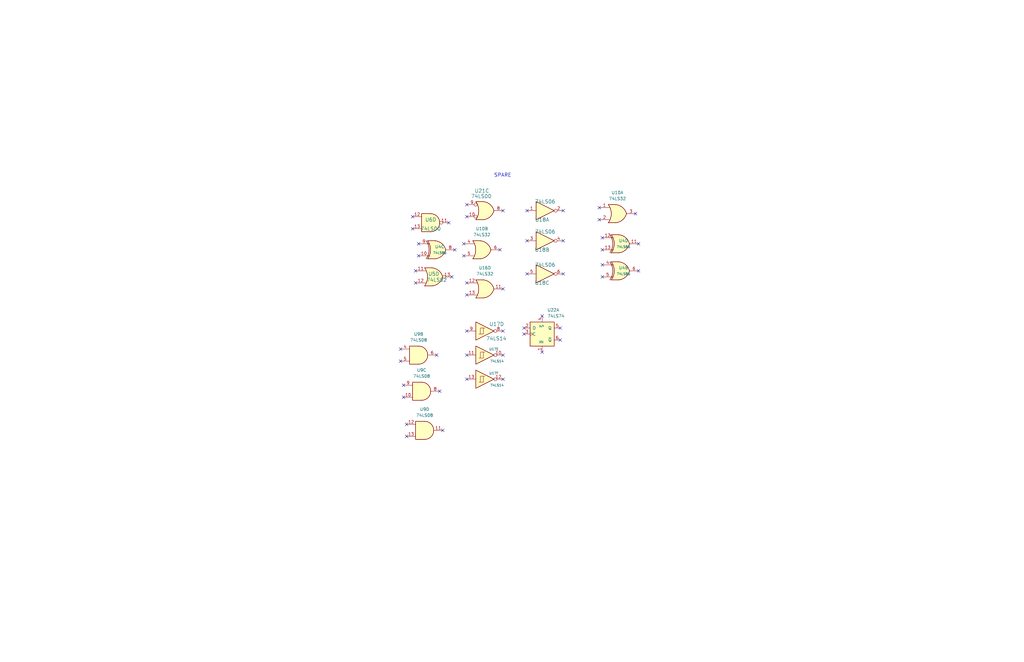
<source format=kicad_sch>
(kicad_sch
	(version 20231120)
	(generator "eeschema")
	(generator_version "8.0")
	(uuid "90c578dc-7e00-4a60-aeb6-bd2ba983a2f2")
	(paper "B")
	(title_block
		(title "6809PC")
		(date "2025-06-20")
		(rev "004")
		(comment 1 "https://github.com/danwerner21/6809PC")
		(comment 2 "Based on work by Andrew Lynch and John Coffman")
	)
	(lib_symbols
		(symbol "74xx:74LS00"
			(pin_names
				(offset 1.016)
			)
			(exclude_from_sim no)
			(in_bom yes)
			(on_board yes)
			(property "Reference" "U"
				(at 0 1.27 0)
				(effects
					(font
						(size 1.27 1.27)
					)
				)
			)
			(property "Value" "74LS00"
				(at 0 -1.27 0)
				(effects
					(font
						(size 1.27 1.27)
					)
				)
			)
			(property "Footprint" ""
				(at 0 0 0)
				(effects
					(font
						(size 1.27 1.27)
					)
					(hide yes)
				)
			)
			(property "Datasheet" "http://www.ti.com/lit/gpn/sn74ls00"
				(at 0 0 0)
				(effects
					(font
						(size 1.27 1.27)
					)
					(hide yes)
				)
			)
			(property "Description" "quad 2-input NAND gate"
				(at 0 0 0)
				(effects
					(font
						(size 1.27 1.27)
					)
					(hide yes)
				)
			)
			(property "ki_locked" ""
				(at 0 0 0)
				(effects
					(font
						(size 1.27 1.27)
					)
				)
			)
			(property "ki_keywords" "TTL nand 2-input"
				(at 0 0 0)
				(effects
					(font
						(size 1.27 1.27)
					)
					(hide yes)
				)
			)
			(property "ki_fp_filters" "DIP*W7.62mm* SO14*"
				(at 0 0 0)
				(effects
					(font
						(size 1.27 1.27)
					)
					(hide yes)
				)
			)
			(symbol "74LS00_1_1"
				(arc
					(start 0 -3.81)
					(mid 3.7934 0)
					(end 0 3.81)
					(stroke
						(width 0.254)
						(type default)
					)
					(fill
						(type background)
					)
				)
				(polyline
					(pts
						(xy 0 3.81) (xy -3.81 3.81) (xy -3.81 -3.81) (xy 0 -3.81)
					)
					(stroke
						(width 0.254)
						(type default)
					)
					(fill
						(type background)
					)
				)
				(pin input line
					(at -7.62 2.54 0)
					(length 3.81)
					(name "~"
						(effects
							(font
								(size 1.27 1.27)
							)
						)
					)
					(number "1"
						(effects
							(font
								(size 1.27 1.27)
							)
						)
					)
				)
				(pin input line
					(at -7.62 -2.54 0)
					(length 3.81)
					(name "~"
						(effects
							(font
								(size 1.27 1.27)
							)
						)
					)
					(number "2"
						(effects
							(font
								(size 1.27 1.27)
							)
						)
					)
				)
				(pin output inverted
					(at 7.62 0 180)
					(length 3.81)
					(name "~"
						(effects
							(font
								(size 1.27 1.27)
							)
						)
					)
					(number "3"
						(effects
							(font
								(size 1.27 1.27)
							)
						)
					)
				)
			)
			(symbol "74LS00_1_2"
				(arc
					(start -3.81 -3.81)
					(mid -2.589 0)
					(end -3.81 3.81)
					(stroke
						(width 0.254)
						(type default)
					)
					(fill
						(type none)
					)
				)
				(arc
					(start -0.6096 -3.81)
					(mid 2.1842 -2.5851)
					(end 3.81 0)
					(stroke
						(width 0.254)
						(type default)
					)
					(fill
						(type background)
					)
				)
				(polyline
					(pts
						(xy -3.81 -3.81) (xy -0.635 -3.81)
					)
					(stroke
						(width 0.254)
						(type default)
					)
					(fill
						(type background)
					)
				)
				(polyline
					(pts
						(xy -3.81 3.81) (xy -0.635 3.81)
					)
					(stroke
						(width 0.254)
						(type default)
					)
					(fill
						(type background)
					)
				)
				(polyline
					(pts
						(xy -0.635 3.81) (xy -3.81 3.81) (xy -3.81 3.81) (xy -3.556 3.4036) (xy -3.0226 2.2606) (xy -2.6924 1.0414)
						(xy -2.6162 -0.254) (xy -2.7686 -1.4986) (xy -3.175 -2.7178) (xy -3.81 -3.81) (xy -3.81 -3.81)
						(xy -0.635 -3.81)
					)
					(stroke
						(width -25.4)
						(type default)
					)
					(fill
						(type background)
					)
				)
				(arc
					(start 3.81 0)
					(mid 2.1915 2.5936)
					(end -0.6096 3.81)
					(stroke
						(width 0.254)
						(type default)
					)
					(fill
						(type background)
					)
				)
				(pin input inverted
					(at -7.62 2.54 0)
					(length 4.318)
					(name "~"
						(effects
							(font
								(size 1.27 1.27)
							)
						)
					)
					(number "1"
						(effects
							(font
								(size 1.27 1.27)
							)
						)
					)
				)
				(pin input inverted
					(at -7.62 -2.54 0)
					(length 4.318)
					(name "~"
						(effects
							(font
								(size 1.27 1.27)
							)
						)
					)
					(number "2"
						(effects
							(font
								(size 1.27 1.27)
							)
						)
					)
				)
				(pin output line
					(at 7.62 0 180)
					(length 3.81)
					(name "~"
						(effects
							(font
								(size 1.27 1.27)
							)
						)
					)
					(number "3"
						(effects
							(font
								(size 1.27 1.27)
							)
						)
					)
				)
			)
			(symbol "74LS00_2_1"
				(arc
					(start 0 -3.81)
					(mid 3.7934 0)
					(end 0 3.81)
					(stroke
						(width 0.254)
						(type default)
					)
					(fill
						(type background)
					)
				)
				(polyline
					(pts
						(xy 0 3.81) (xy -3.81 3.81) (xy -3.81 -3.81) (xy 0 -3.81)
					)
					(stroke
						(width 0.254)
						(type default)
					)
					(fill
						(type background)
					)
				)
				(pin input line
					(at -7.62 2.54 0)
					(length 3.81)
					(name "~"
						(effects
							(font
								(size 1.27 1.27)
							)
						)
					)
					(number "4"
						(effects
							(font
								(size 1.27 1.27)
							)
						)
					)
				)
				(pin input line
					(at -7.62 -2.54 0)
					(length 3.81)
					(name "~"
						(effects
							(font
								(size 1.27 1.27)
							)
						)
					)
					(number "5"
						(effects
							(font
								(size 1.27 1.27)
							)
						)
					)
				)
				(pin output inverted
					(at 7.62 0 180)
					(length 3.81)
					(name "~"
						(effects
							(font
								(size 1.27 1.27)
							)
						)
					)
					(number "6"
						(effects
							(font
								(size 1.27 1.27)
							)
						)
					)
				)
			)
			(symbol "74LS00_2_2"
				(arc
					(start -3.81 -3.81)
					(mid -2.589 0)
					(end -3.81 3.81)
					(stroke
						(width 0.254)
						(type default)
					)
					(fill
						(type none)
					)
				)
				(arc
					(start -0.6096 -3.81)
					(mid 2.1842 -2.5851)
					(end 3.81 0)
					(stroke
						(width 0.254)
						(type default)
					)
					(fill
						(type background)
					)
				)
				(polyline
					(pts
						(xy -3.81 -3.81) (xy -0.635 -3.81)
					)
					(stroke
						(width 0.254)
						(type default)
					)
					(fill
						(type background)
					)
				)
				(polyline
					(pts
						(xy -3.81 3.81) (xy -0.635 3.81)
					)
					(stroke
						(width 0.254)
						(type default)
					)
					(fill
						(type background)
					)
				)
				(polyline
					(pts
						(xy -0.635 3.81) (xy -3.81 3.81) (xy -3.81 3.81) (xy -3.556 3.4036) (xy -3.0226 2.2606) (xy -2.6924 1.0414)
						(xy -2.6162 -0.254) (xy -2.7686 -1.4986) (xy -3.175 -2.7178) (xy -3.81 -3.81) (xy -3.81 -3.81)
						(xy -0.635 -3.81)
					)
					(stroke
						(width -25.4)
						(type default)
					)
					(fill
						(type background)
					)
				)
				(arc
					(start 3.81 0)
					(mid 2.1915 2.5936)
					(end -0.6096 3.81)
					(stroke
						(width 0.254)
						(type default)
					)
					(fill
						(type background)
					)
				)
				(pin input inverted
					(at -7.62 2.54 0)
					(length 4.318)
					(name "~"
						(effects
							(font
								(size 1.27 1.27)
							)
						)
					)
					(number "4"
						(effects
							(font
								(size 1.27 1.27)
							)
						)
					)
				)
				(pin input inverted
					(at -7.62 -2.54 0)
					(length 4.318)
					(name "~"
						(effects
							(font
								(size 1.27 1.27)
							)
						)
					)
					(number "5"
						(effects
							(font
								(size 1.27 1.27)
							)
						)
					)
				)
				(pin output line
					(at 7.62 0 180)
					(length 3.81)
					(name "~"
						(effects
							(font
								(size 1.27 1.27)
							)
						)
					)
					(number "6"
						(effects
							(font
								(size 1.27 1.27)
							)
						)
					)
				)
			)
			(symbol "74LS00_3_1"
				(arc
					(start 0 -3.81)
					(mid 3.7934 0)
					(end 0 3.81)
					(stroke
						(width 0.254)
						(type default)
					)
					(fill
						(type background)
					)
				)
				(polyline
					(pts
						(xy 0 3.81) (xy -3.81 3.81) (xy -3.81 -3.81) (xy 0 -3.81)
					)
					(stroke
						(width 0.254)
						(type default)
					)
					(fill
						(type background)
					)
				)
				(pin input line
					(at -7.62 -2.54 0)
					(length 3.81)
					(name "~"
						(effects
							(font
								(size 1.27 1.27)
							)
						)
					)
					(number "10"
						(effects
							(font
								(size 1.27 1.27)
							)
						)
					)
				)
				(pin output inverted
					(at 7.62 0 180)
					(length 3.81)
					(name "~"
						(effects
							(font
								(size 1.27 1.27)
							)
						)
					)
					(number "8"
						(effects
							(font
								(size 1.27 1.27)
							)
						)
					)
				)
				(pin input line
					(at -7.62 2.54 0)
					(length 3.81)
					(name "~"
						(effects
							(font
								(size 1.27 1.27)
							)
						)
					)
					(number "9"
						(effects
							(font
								(size 1.27 1.27)
							)
						)
					)
				)
			)
			(symbol "74LS00_3_2"
				(arc
					(start -3.81 -3.81)
					(mid -2.589 0)
					(end -3.81 3.81)
					(stroke
						(width 0.254)
						(type default)
					)
					(fill
						(type none)
					)
				)
				(arc
					(start -0.6096 -3.81)
					(mid 2.1842 -2.5851)
					(end 3.81 0)
					(stroke
						(width 0.254)
						(type default)
					)
					(fill
						(type background)
					)
				)
				(polyline
					(pts
						(xy -3.81 -3.81) (xy -0.635 -3.81)
					)
					(stroke
						(width 0.254)
						(type default)
					)
					(fill
						(type background)
					)
				)
				(polyline
					(pts
						(xy -3.81 3.81) (xy -0.635 3.81)
					)
					(stroke
						(width 0.254)
						(type default)
					)
					(fill
						(type background)
					)
				)
				(polyline
					(pts
						(xy -0.635 3.81) (xy -3.81 3.81) (xy -3.81 3.81) (xy -3.556 3.4036) (xy -3.0226 2.2606) (xy -2.6924 1.0414)
						(xy -2.6162 -0.254) (xy -2.7686 -1.4986) (xy -3.175 -2.7178) (xy -3.81 -3.81) (xy -3.81 -3.81)
						(xy -0.635 -3.81)
					)
					(stroke
						(width -25.4)
						(type default)
					)
					(fill
						(type background)
					)
				)
				(arc
					(start 3.81 0)
					(mid 2.1915 2.5936)
					(end -0.6096 3.81)
					(stroke
						(width 0.254)
						(type default)
					)
					(fill
						(type background)
					)
				)
				(pin input inverted
					(at -7.62 -2.54 0)
					(length 4.318)
					(name "~"
						(effects
							(font
								(size 1.27 1.27)
							)
						)
					)
					(number "10"
						(effects
							(font
								(size 1.27 1.27)
							)
						)
					)
				)
				(pin output line
					(at 7.62 0 180)
					(length 3.81)
					(name "~"
						(effects
							(font
								(size 1.27 1.27)
							)
						)
					)
					(number "8"
						(effects
							(font
								(size 1.27 1.27)
							)
						)
					)
				)
				(pin input inverted
					(at -7.62 2.54 0)
					(length 4.318)
					(name "~"
						(effects
							(font
								(size 1.27 1.27)
							)
						)
					)
					(number "9"
						(effects
							(font
								(size 1.27 1.27)
							)
						)
					)
				)
			)
			(symbol "74LS00_4_1"
				(arc
					(start 0 -3.81)
					(mid 3.7934 0)
					(end 0 3.81)
					(stroke
						(width 0.254)
						(type default)
					)
					(fill
						(type background)
					)
				)
				(polyline
					(pts
						(xy 0 3.81) (xy -3.81 3.81) (xy -3.81 -3.81) (xy 0 -3.81)
					)
					(stroke
						(width 0.254)
						(type default)
					)
					(fill
						(type background)
					)
				)
				(pin output inverted
					(at 7.62 0 180)
					(length 3.81)
					(name "~"
						(effects
							(font
								(size 1.27 1.27)
							)
						)
					)
					(number "11"
						(effects
							(font
								(size 1.27 1.27)
							)
						)
					)
				)
				(pin input line
					(at -7.62 2.54 0)
					(length 3.81)
					(name "~"
						(effects
							(font
								(size 1.27 1.27)
							)
						)
					)
					(number "12"
						(effects
							(font
								(size 1.27 1.27)
							)
						)
					)
				)
				(pin input line
					(at -7.62 -2.54 0)
					(length 3.81)
					(name "~"
						(effects
							(font
								(size 1.27 1.27)
							)
						)
					)
					(number "13"
						(effects
							(font
								(size 1.27 1.27)
							)
						)
					)
				)
			)
			(symbol "74LS00_4_2"
				(arc
					(start -3.81 -3.81)
					(mid -2.589 0)
					(end -3.81 3.81)
					(stroke
						(width 0.254)
						(type default)
					)
					(fill
						(type none)
					)
				)
				(arc
					(start -0.6096 -3.81)
					(mid 2.1842 -2.5851)
					(end 3.81 0)
					(stroke
						(width 0.254)
						(type default)
					)
					(fill
						(type background)
					)
				)
				(polyline
					(pts
						(xy -3.81 -3.81) (xy -0.635 -3.81)
					)
					(stroke
						(width 0.254)
						(type default)
					)
					(fill
						(type background)
					)
				)
				(polyline
					(pts
						(xy -3.81 3.81) (xy -0.635 3.81)
					)
					(stroke
						(width 0.254)
						(type default)
					)
					(fill
						(type background)
					)
				)
				(polyline
					(pts
						(xy -0.635 3.81) (xy -3.81 3.81) (xy -3.81 3.81) (xy -3.556 3.4036) (xy -3.0226 2.2606) (xy -2.6924 1.0414)
						(xy -2.6162 -0.254) (xy -2.7686 -1.4986) (xy -3.175 -2.7178) (xy -3.81 -3.81) (xy -3.81 -3.81)
						(xy -0.635 -3.81)
					)
					(stroke
						(width -25.4)
						(type default)
					)
					(fill
						(type background)
					)
				)
				(arc
					(start 3.81 0)
					(mid 2.1915 2.5936)
					(end -0.6096 3.81)
					(stroke
						(width 0.254)
						(type default)
					)
					(fill
						(type background)
					)
				)
				(pin output line
					(at 7.62 0 180)
					(length 3.81)
					(name "~"
						(effects
							(font
								(size 1.27 1.27)
							)
						)
					)
					(number "11"
						(effects
							(font
								(size 1.27 1.27)
							)
						)
					)
				)
				(pin input inverted
					(at -7.62 2.54 0)
					(length 4.318)
					(name "~"
						(effects
							(font
								(size 1.27 1.27)
							)
						)
					)
					(number "12"
						(effects
							(font
								(size 1.27 1.27)
							)
						)
					)
				)
				(pin input inverted
					(at -7.62 -2.54 0)
					(length 4.318)
					(name "~"
						(effects
							(font
								(size 1.27 1.27)
							)
						)
					)
					(number "13"
						(effects
							(font
								(size 1.27 1.27)
							)
						)
					)
				)
			)
			(symbol "74LS00_5_0"
				(pin power_in line
					(at 0 12.7 270)
					(length 5.08)
					(name "VCC"
						(effects
							(font
								(size 1.27 1.27)
							)
						)
					)
					(number "14"
						(effects
							(font
								(size 1.27 1.27)
							)
						)
					)
				)
				(pin power_in line
					(at 0 -12.7 90)
					(length 5.08)
					(name "GND"
						(effects
							(font
								(size 1.27 1.27)
							)
						)
					)
					(number "7"
						(effects
							(font
								(size 1.27 1.27)
							)
						)
					)
				)
			)
			(symbol "74LS00_5_1"
				(rectangle
					(start -5.08 7.62)
					(end 5.08 -7.62)
					(stroke
						(width 0.254)
						(type default)
					)
					(fill
						(type background)
					)
				)
			)
		)
		(symbol "74xx:74LS02"
			(pin_names
				(offset 1.016)
			)
			(exclude_from_sim no)
			(in_bom yes)
			(on_board yes)
			(property "Reference" "U"
				(at 0 1.27 0)
				(effects
					(font
						(size 1.27 1.27)
					)
				)
			)
			(property "Value" "74LS02"
				(at 0 -1.27 0)
				(effects
					(font
						(size 1.27 1.27)
					)
				)
			)
			(property "Footprint" ""
				(at 0 0 0)
				(effects
					(font
						(size 1.27 1.27)
					)
					(hide yes)
				)
			)
			(property "Datasheet" "http://www.ti.com/lit/gpn/sn74ls02"
				(at 0 0 0)
				(effects
					(font
						(size 1.27 1.27)
					)
					(hide yes)
				)
			)
			(property "Description" "quad 2-input NOR gate"
				(at 0 0 0)
				(effects
					(font
						(size 1.27 1.27)
					)
					(hide yes)
				)
			)
			(property "ki_locked" ""
				(at 0 0 0)
				(effects
					(font
						(size 1.27 1.27)
					)
				)
			)
			(property "ki_keywords" "TTL Nor2"
				(at 0 0 0)
				(effects
					(font
						(size 1.27 1.27)
					)
					(hide yes)
				)
			)
			(property "ki_fp_filters" "SO14* DIP*W7.62mm*"
				(at 0 0 0)
				(effects
					(font
						(size 1.27 1.27)
					)
					(hide yes)
				)
			)
			(symbol "74LS02_1_1"
				(arc
					(start -3.81 -3.81)
					(mid -2.589 0)
					(end -3.81 3.81)
					(stroke
						(width 0.254)
						(type default)
					)
					(fill
						(type none)
					)
				)
				(arc
					(start -0.6096 -3.81)
					(mid 2.1842 -2.5851)
					(end 3.81 0)
					(stroke
						(width 0.254)
						(type default)
					)
					(fill
						(type background)
					)
				)
				(polyline
					(pts
						(xy -3.81 -3.81) (xy -0.635 -3.81)
					)
					(stroke
						(width 0.254)
						(type default)
					)
					(fill
						(type background)
					)
				)
				(polyline
					(pts
						(xy -3.81 3.81) (xy -0.635 3.81)
					)
					(stroke
						(width 0.254)
						(type default)
					)
					(fill
						(type background)
					)
				)
				(polyline
					(pts
						(xy -0.635 3.81) (xy -3.81 3.81) (xy -3.81 3.81) (xy -3.556 3.4036) (xy -3.0226 2.2606) (xy -2.6924 1.0414)
						(xy -2.6162 -0.254) (xy -2.7686 -1.4986) (xy -3.175 -2.7178) (xy -3.81 -3.81) (xy -3.81 -3.81)
						(xy -0.635 -3.81)
					)
					(stroke
						(width -25.4)
						(type default)
					)
					(fill
						(type background)
					)
				)
				(arc
					(start 3.81 0)
					(mid 2.1915 2.5936)
					(end -0.6096 3.81)
					(stroke
						(width 0.254)
						(type default)
					)
					(fill
						(type background)
					)
				)
				(pin output inverted
					(at 7.62 0 180)
					(length 3.81)
					(name "~"
						(effects
							(font
								(size 1.27 1.27)
							)
						)
					)
					(number "1"
						(effects
							(font
								(size 1.27 1.27)
							)
						)
					)
				)
				(pin input line
					(at -7.62 2.54 0)
					(length 4.318)
					(name "~"
						(effects
							(font
								(size 1.27 1.27)
							)
						)
					)
					(number "2"
						(effects
							(font
								(size 1.27 1.27)
							)
						)
					)
				)
				(pin input line
					(at -7.62 -2.54 0)
					(length 4.318)
					(name "~"
						(effects
							(font
								(size 1.27 1.27)
							)
						)
					)
					(number "3"
						(effects
							(font
								(size 1.27 1.27)
							)
						)
					)
				)
			)
			(symbol "74LS02_1_2"
				(arc
					(start 0 -3.81)
					(mid 3.7934 0)
					(end 0 3.81)
					(stroke
						(width 0.254)
						(type default)
					)
					(fill
						(type background)
					)
				)
				(polyline
					(pts
						(xy 0 3.81) (xy -3.81 3.81) (xy -3.81 -3.81) (xy 0 -3.81)
					)
					(stroke
						(width 0.254)
						(type default)
					)
					(fill
						(type background)
					)
				)
				(pin output line
					(at 7.62 0 180)
					(length 3.81)
					(name "~"
						(effects
							(font
								(size 1.27 1.27)
							)
						)
					)
					(number "1"
						(effects
							(font
								(size 1.27 1.27)
							)
						)
					)
				)
				(pin input inverted
					(at -7.62 2.54 0)
					(length 3.81)
					(name "~"
						(effects
							(font
								(size 1.27 1.27)
							)
						)
					)
					(number "2"
						(effects
							(font
								(size 1.27 1.27)
							)
						)
					)
				)
				(pin input inverted
					(at -7.62 -2.54 0)
					(length 3.81)
					(name "~"
						(effects
							(font
								(size 1.27 1.27)
							)
						)
					)
					(number "3"
						(effects
							(font
								(size 1.27 1.27)
							)
						)
					)
				)
			)
			(symbol "74LS02_2_1"
				(arc
					(start -3.81 -3.81)
					(mid -2.589 0)
					(end -3.81 3.81)
					(stroke
						(width 0.254)
						(type default)
					)
					(fill
						(type none)
					)
				)
				(arc
					(start -0.6096 -3.81)
					(mid 2.1842 -2.5851)
					(end 3.81 0)
					(stroke
						(width 0.254)
						(type default)
					)
					(fill
						(type background)
					)
				)
				(polyline
					(pts
						(xy -3.81 -3.81) (xy -0.635 -3.81)
					)
					(stroke
						(width 0.254)
						(type default)
					)
					(fill
						(type background)
					)
				)
				(polyline
					(pts
						(xy -3.81 3.81) (xy -0.635 3.81)
					)
					(stroke
						(width 0.254)
						(type default)
					)
					(fill
						(type background)
					)
				)
				(polyline
					(pts
						(xy -0.635 3.81) (xy -3.81 3.81) (xy -3.81 3.81) (xy -3.556 3.4036) (xy -3.0226 2.2606) (xy -2.6924 1.0414)
						(xy -2.6162 -0.254) (xy -2.7686 -1.4986) (xy -3.175 -2.7178) (xy -3.81 -3.81) (xy -3.81 -3.81)
						(xy -0.635 -3.81)
					)
					(stroke
						(width -25.4)
						(type default)
					)
					(fill
						(type background)
					)
				)
				(arc
					(start 3.81 0)
					(mid 2.1915 2.5936)
					(end -0.6096 3.81)
					(stroke
						(width 0.254)
						(type default)
					)
					(fill
						(type background)
					)
				)
				(pin output inverted
					(at 7.62 0 180)
					(length 3.81)
					(name "~"
						(effects
							(font
								(size 1.27 1.27)
							)
						)
					)
					(number "4"
						(effects
							(font
								(size 1.27 1.27)
							)
						)
					)
				)
				(pin input line
					(at -7.62 2.54 0)
					(length 4.318)
					(name "~"
						(effects
							(font
								(size 1.27 1.27)
							)
						)
					)
					(number "5"
						(effects
							(font
								(size 1.27 1.27)
							)
						)
					)
				)
				(pin input line
					(at -7.62 -2.54 0)
					(length 4.318)
					(name "~"
						(effects
							(font
								(size 1.27 1.27)
							)
						)
					)
					(number "6"
						(effects
							(font
								(size 1.27 1.27)
							)
						)
					)
				)
			)
			(symbol "74LS02_2_2"
				(arc
					(start 0 -3.81)
					(mid 3.7934 0)
					(end 0 3.81)
					(stroke
						(width 0.254)
						(type default)
					)
					(fill
						(type background)
					)
				)
				(polyline
					(pts
						(xy 0 3.81) (xy -3.81 3.81) (xy -3.81 -3.81) (xy 0 -3.81)
					)
					(stroke
						(width 0.254)
						(type default)
					)
					(fill
						(type background)
					)
				)
				(pin output line
					(at 7.62 0 180)
					(length 3.81)
					(name "~"
						(effects
							(font
								(size 1.27 1.27)
							)
						)
					)
					(number "4"
						(effects
							(font
								(size 1.27 1.27)
							)
						)
					)
				)
				(pin input inverted
					(at -7.62 2.54 0)
					(length 3.81)
					(name "~"
						(effects
							(font
								(size 1.27 1.27)
							)
						)
					)
					(number "5"
						(effects
							(font
								(size 1.27 1.27)
							)
						)
					)
				)
				(pin input inverted
					(at -7.62 -2.54 0)
					(length 3.81)
					(name "~"
						(effects
							(font
								(size 1.27 1.27)
							)
						)
					)
					(number "6"
						(effects
							(font
								(size 1.27 1.27)
							)
						)
					)
				)
			)
			(symbol "74LS02_3_1"
				(arc
					(start -3.81 -3.81)
					(mid -2.589 0)
					(end -3.81 3.81)
					(stroke
						(width 0.254)
						(type default)
					)
					(fill
						(type none)
					)
				)
				(arc
					(start -0.6096 -3.81)
					(mid 2.1842 -2.5851)
					(end 3.81 0)
					(stroke
						(width 0.254)
						(type default)
					)
					(fill
						(type background)
					)
				)
				(polyline
					(pts
						(xy -3.81 -3.81) (xy -0.635 -3.81)
					)
					(stroke
						(width 0.254)
						(type default)
					)
					(fill
						(type background)
					)
				)
				(polyline
					(pts
						(xy -3.81 3.81) (xy -0.635 3.81)
					)
					(stroke
						(width 0.254)
						(type default)
					)
					(fill
						(type background)
					)
				)
				(polyline
					(pts
						(xy -0.635 3.81) (xy -3.81 3.81) (xy -3.81 3.81) (xy -3.556 3.4036) (xy -3.0226 2.2606) (xy -2.6924 1.0414)
						(xy -2.6162 -0.254) (xy -2.7686 -1.4986) (xy -3.175 -2.7178) (xy -3.81 -3.81) (xy -3.81 -3.81)
						(xy -0.635 -3.81)
					)
					(stroke
						(width -25.4)
						(type default)
					)
					(fill
						(type background)
					)
				)
				(arc
					(start 3.81 0)
					(mid 2.1915 2.5936)
					(end -0.6096 3.81)
					(stroke
						(width 0.254)
						(type default)
					)
					(fill
						(type background)
					)
				)
				(pin output inverted
					(at 7.62 0 180)
					(length 3.81)
					(name "~"
						(effects
							(font
								(size 1.27 1.27)
							)
						)
					)
					(number "10"
						(effects
							(font
								(size 1.27 1.27)
							)
						)
					)
				)
				(pin input line
					(at -7.62 2.54 0)
					(length 4.318)
					(name "~"
						(effects
							(font
								(size 1.27 1.27)
							)
						)
					)
					(number "8"
						(effects
							(font
								(size 1.27 1.27)
							)
						)
					)
				)
				(pin input line
					(at -7.62 -2.54 0)
					(length 4.318)
					(name "~"
						(effects
							(font
								(size 1.27 1.27)
							)
						)
					)
					(number "9"
						(effects
							(font
								(size 1.27 1.27)
							)
						)
					)
				)
			)
			(symbol "74LS02_3_2"
				(arc
					(start 0 -3.81)
					(mid 3.7934 0)
					(end 0 3.81)
					(stroke
						(width 0.254)
						(type default)
					)
					(fill
						(type background)
					)
				)
				(polyline
					(pts
						(xy 0 3.81) (xy -3.81 3.81) (xy -3.81 -3.81) (xy 0 -3.81)
					)
					(stroke
						(width 0.254)
						(type default)
					)
					(fill
						(type background)
					)
				)
				(pin output line
					(at 7.62 0 180)
					(length 3.81)
					(name "~"
						(effects
							(font
								(size 1.27 1.27)
							)
						)
					)
					(number "10"
						(effects
							(font
								(size 1.27 1.27)
							)
						)
					)
				)
				(pin input inverted
					(at -7.62 2.54 0)
					(length 3.81)
					(name "~"
						(effects
							(font
								(size 1.27 1.27)
							)
						)
					)
					(number "8"
						(effects
							(font
								(size 1.27 1.27)
							)
						)
					)
				)
				(pin input inverted
					(at -7.62 -2.54 0)
					(length 3.81)
					(name "~"
						(effects
							(font
								(size 1.27 1.27)
							)
						)
					)
					(number "9"
						(effects
							(font
								(size 1.27 1.27)
							)
						)
					)
				)
			)
			(symbol "74LS02_4_1"
				(arc
					(start -3.81 -3.81)
					(mid -2.589 0)
					(end -3.81 3.81)
					(stroke
						(width 0.254)
						(type default)
					)
					(fill
						(type none)
					)
				)
				(arc
					(start -0.6096 -3.81)
					(mid 2.1842 -2.5851)
					(end 3.81 0)
					(stroke
						(width 0.254)
						(type default)
					)
					(fill
						(type background)
					)
				)
				(polyline
					(pts
						(xy -3.81 -3.81) (xy -0.635 -3.81)
					)
					(stroke
						(width 0.254)
						(type default)
					)
					(fill
						(type background)
					)
				)
				(polyline
					(pts
						(xy -3.81 3.81) (xy -0.635 3.81)
					)
					(stroke
						(width 0.254)
						(type default)
					)
					(fill
						(type background)
					)
				)
				(polyline
					(pts
						(xy -0.635 3.81) (xy -3.81 3.81) (xy -3.81 3.81) (xy -3.556 3.4036) (xy -3.0226 2.2606) (xy -2.6924 1.0414)
						(xy -2.6162 -0.254) (xy -2.7686 -1.4986) (xy -3.175 -2.7178) (xy -3.81 -3.81) (xy -3.81 -3.81)
						(xy -0.635 -3.81)
					)
					(stroke
						(width -25.4)
						(type default)
					)
					(fill
						(type background)
					)
				)
				(arc
					(start 3.81 0)
					(mid 2.1915 2.5936)
					(end -0.6096 3.81)
					(stroke
						(width 0.254)
						(type default)
					)
					(fill
						(type background)
					)
				)
				(pin input line
					(at -7.62 2.54 0)
					(length 4.318)
					(name "~"
						(effects
							(font
								(size 1.27 1.27)
							)
						)
					)
					(number "11"
						(effects
							(font
								(size 1.27 1.27)
							)
						)
					)
				)
				(pin input line
					(at -7.62 -2.54 0)
					(length 4.318)
					(name "~"
						(effects
							(font
								(size 1.27 1.27)
							)
						)
					)
					(number "12"
						(effects
							(font
								(size 1.27 1.27)
							)
						)
					)
				)
				(pin output inverted
					(at 7.62 0 180)
					(length 3.81)
					(name "~"
						(effects
							(font
								(size 1.27 1.27)
							)
						)
					)
					(number "13"
						(effects
							(font
								(size 1.27 1.27)
							)
						)
					)
				)
			)
			(symbol "74LS02_4_2"
				(arc
					(start 0 -3.81)
					(mid 3.7934 0)
					(end 0 3.81)
					(stroke
						(width 0.254)
						(type default)
					)
					(fill
						(type background)
					)
				)
				(polyline
					(pts
						(xy 0 3.81) (xy -3.81 3.81) (xy -3.81 -3.81) (xy 0 -3.81)
					)
					(stroke
						(width 0.254)
						(type default)
					)
					(fill
						(type background)
					)
				)
				(pin input inverted
					(at -7.62 2.54 0)
					(length 3.81)
					(name "~"
						(effects
							(font
								(size 1.27 1.27)
							)
						)
					)
					(number "11"
						(effects
							(font
								(size 1.27 1.27)
							)
						)
					)
				)
				(pin input inverted
					(at -7.62 -2.54 0)
					(length 3.81)
					(name "~"
						(effects
							(font
								(size 1.27 1.27)
							)
						)
					)
					(number "12"
						(effects
							(font
								(size 1.27 1.27)
							)
						)
					)
				)
				(pin output line
					(at 7.62 0 180)
					(length 3.81)
					(name "~"
						(effects
							(font
								(size 1.27 1.27)
							)
						)
					)
					(number "13"
						(effects
							(font
								(size 1.27 1.27)
							)
						)
					)
				)
			)
			(symbol "74LS02_5_0"
				(pin power_in line
					(at 0 12.7 270)
					(length 5.08)
					(name "VCC"
						(effects
							(font
								(size 1.27 1.27)
							)
						)
					)
					(number "14"
						(effects
							(font
								(size 1.27 1.27)
							)
						)
					)
				)
				(pin power_in line
					(at 0 -12.7 90)
					(length 5.08)
					(name "GND"
						(effects
							(font
								(size 1.27 1.27)
							)
						)
					)
					(number "7"
						(effects
							(font
								(size 1.27 1.27)
							)
						)
					)
				)
			)
			(symbol "74LS02_5_1"
				(rectangle
					(start -5.08 7.62)
					(end 5.08 -7.62)
					(stroke
						(width 0.254)
						(type default)
					)
					(fill
						(type background)
					)
				)
			)
		)
		(symbol "74xx:74LS06"
			(pin_names
				(offset 1.016)
			)
			(exclude_from_sim no)
			(in_bom yes)
			(on_board yes)
			(property "Reference" "U"
				(at 0 1.27 0)
				(effects
					(font
						(size 1.27 1.27)
					)
				)
			)
			(property "Value" "74LS06"
				(at 0 -1.27 0)
				(effects
					(font
						(size 1.27 1.27)
					)
				)
			)
			(property "Footprint" ""
				(at 0 0 0)
				(effects
					(font
						(size 1.27 1.27)
					)
					(hide yes)
				)
			)
			(property "Datasheet" "http://www.ti.com/lit/gpn/sn74LS06"
				(at 0 0 0)
				(effects
					(font
						(size 1.27 1.27)
					)
					(hide yes)
				)
			)
			(property "Description" "Inverter Open Collect"
				(at 0 0 0)
				(effects
					(font
						(size 1.27 1.27)
					)
					(hide yes)
				)
			)
			(property "ki_locked" ""
				(at 0 0 0)
				(effects
					(font
						(size 1.27 1.27)
					)
				)
			)
			(property "ki_keywords" "TTL not inv OpenCol"
				(at 0 0 0)
				(effects
					(font
						(size 1.27 1.27)
					)
					(hide yes)
				)
			)
			(property "ki_fp_filters" "DIP*W7.62mm*"
				(at 0 0 0)
				(effects
					(font
						(size 1.27 1.27)
					)
					(hide yes)
				)
			)
			(symbol "74LS06_1_0"
				(polyline
					(pts
						(xy -3.81 3.81) (xy -3.81 -3.81) (xy 3.81 0) (xy -3.81 3.81)
					)
					(stroke
						(width 0.254)
						(type default)
					)
					(fill
						(type background)
					)
				)
				(pin input line
					(at -7.62 0 0)
					(length 3.81)
					(name "~"
						(effects
							(font
								(size 1.27 1.27)
							)
						)
					)
					(number "1"
						(effects
							(font
								(size 1.27 1.27)
							)
						)
					)
				)
				(pin open_collector inverted
					(at 7.62 0 180)
					(length 3.81)
					(name "~"
						(effects
							(font
								(size 1.27 1.27)
							)
						)
					)
					(number "2"
						(effects
							(font
								(size 1.27 1.27)
							)
						)
					)
				)
			)
			(symbol "74LS06_2_0"
				(polyline
					(pts
						(xy -3.81 3.81) (xy -3.81 -3.81) (xy 3.81 0) (xy -3.81 3.81)
					)
					(stroke
						(width 0.254)
						(type default)
					)
					(fill
						(type background)
					)
				)
				(pin input line
					(at -7.62 0 0)
					(length 3.81)
					(name "~"
						(effects
							(font
								(size 1.27 1.27)
							)
						)
					)
					(number "3"
						(effects
							(font
								(size 1.27 1.27)
							)
						)
					)
				)
				(pin open_collector inverted
					(at 7.62 0 180)
					(length 3.81)
					(name "~"
						(effects
							(font
								(size 1.27 1.27)
							)
						)
					)
					(number "4"
						(effects
							(font
								(size 1.27 1.27)
							)
						)
					)
				)
			)
			(symbol "74LS06_3_0"
				(polyline
					(pts
						(xy -3.81 3.81) (xy -3.81 -3.81) (xy 3.81 0) (xy -3.81 3.81)
					)
					(stroke
						(width 0.254)
						(type default)
					)
					(fill
						(type background)
					)
				)
				(pin input line
					(at -7.62 0 0)
					(length 3.81)
					(name "~"
						(effects
							(font
								(size 1.27 1.27)
							)
						)
					)
					(number "5"
						(effects
							(font
								(size 1.27 1.27)
							)
						)
					)
				)
				(pin open_collector inverted
					(at 7.62 0 180)
					(length 3.81)
					(name "~"
						(effects
							(font
								(size 1.27 1.27)
							)
						)
					)
					(number "6"
						(effects
							(font
								(size 1.27 1.27)
							)
						)
					)
				)
			)
			(symbol "74LS06_4_0"
				(polyline
					(pts
						(xy -3.81 3.81) (xy -3.81 -3.81) (xy 3.81 0) (xy -3.81 3.81)
					)
					(stroke
						(width 0.254)
						(type default)
					)
					(fill
						(type background)
					)
				)
				(pin open_collector inverted
					(at 7.62 0 180)
					(length 3.81)
					(name "~"
						(effects
							(font
								(size 1.27 1.27)
							)
						)
					)
					(number "8"
						(effects
							(font
								(size 1.27 1.27)
							)
						)
					)
				)
				(pin input line
					(at -7.62 0 0)
					(length 3.81)
					(name "~"
						(effects
							(font
								(size 1.27 1.27)
							)
						)
					)
					(number "9"
						(effects
							(font
								(size 1.27 1.27)
							)
						)
					)
				)
			)
			(symbol "74LS06_5_0"
				(polyline
					(pts
						(xy -3.81 3.81) (xy -3.81 -3.81) (xy 3.81 0) (xy -3.81 3.81)
					)
					(stroke
						(width 0.254)
						(type default)
					)
					(fill
						(type background)
					)
				)
				(pin open_collector inverted
					(at 7.62 0 180)
					(length 3.81)
					(name "~"
						(effects
							(font
								(size 1.27 1.27)
							)
						)
					)
					(number "10"
						(effects
							(font
								(size 1.27 1.27)
							)
						)
					)
				)
				(pin input line
					(at -7.62 0 0)
					(length 3.81)
					(name "~"
						(effects
							(font
								(size 1.27 1.27)
							)
						)
					)
					(number "11"
						(effects
							(font
								(size 1.27 1.27)
							)
						)
					)
				)
			)
			(symbol "74LS06_6_0"
				(polyline
					(pts
						(xy -3.81 3.81) (xy -3.81 -3.81) (xy 3.81 0) (xy -3.81 3.81)
					)
					(stroke
						(width 0.254)
						(type default)
					)
					(fill
						(type background)
					)
				)
				(pin open_collector inverted
					(at 7.62 0 180)
					(length 3.81)
					(name "~"
						(effects
							(font
								(size 1.27 1.27)
							)
						)
					)
					(number "12"
						(effects
							(font
								(size 1.27 1.27)
							)
						)
					)
				)
				(pin input line
					(at -7.62 0 0)
					(length 3.81)
					(name "~"
						(effects
							(font
								(size 1.27 1.27)
							)
						)
					)
					(number "13"
						(effects
							(font
								(size 1.27 1.27)
							)
						)
					)
				)
			)
			(symbol "74LS06_7_0"
				(pin power_in line
					(at 0 12.7 270)
					(length 5.08)
					(name "VCC"
						(effects
							(font
								(size 1.27 1.27)
							)
						)
					)
					(number "14"
						(effects
							(font
								(size 1.27 1.27)
							)
						)
					)
				)
				(pin power_in line
					(at 0 -12.7 90)
					(length 5.08)
					(name "GND"
						(effects
							(font
								(size 1.27 1.27)
							)
						)
					)
					(number "7"
						(effects
							(font
								(size 1.27 1.27)
							)
						)
					)
				)
			)
			(symbol "74LS06_7_1"
				(rectangle
					(start -5.08 7.62)
					(end 5.08 -7.62)
					(stroke
						(width 0.254)
						(type default)
					)
					(fill
						(type background)
					)
				)
			)
		)
		(symbol "74xx:74LS08"
			(pin_names
				(offset 1.016)
			)
			(exclude_from_sim no)
			(in_bom yes)
			(on_board yes)
			(property "Reference" "U"
				(at 0 1.27 0)
				(effects
					(font
						(size 1.27 1.27)
					)
				)
			)
			(property "Value" "74LS08"
				(at 0 -1.27 0)
				(effects
					(font
						(size 1.27 1.27)
					)
				)
			)
			(property "Footprint" ""
				(at 0 0 0)
				(effects
					(font
						(size 1.27 1.27)
					)
					(hide yes)
				)
			)
			(property "Datasheet" "http://www.ti.com/lit/gpn/sn74LS08"
				(at 0 0 0)
				(effects
					(font
						(size 1.27 1.27)
					)
					(hide yes)
				)
			)
			(property "Description" "Quad And2"
				(at 0 0 0)
				(effects
					(font
						(size 1.27 1.27)
					)
					(hide yes)
				)
			)
			(property "ki_locked" ""
				(at 0 0 0)
				(effects
					(font
						(size 1.27 1.27)
					)
				)
			)
			(property "ki_keywords" "TTL and2"
				(at 0 0 0)
				(effects
					(font
						(size 1.27 1.27)
					)
					(hide yes)
				)
			)
			(property "ki_fp_filters" "DIP*W7.62mm*"
				(at 0 0 0)
				(effects
					(font
						(size 1.27 1.27)
					)
					(hide yes)
				)
			)
			(symbol "74LS08_1_1"
				(arc
					(start 0 -3.81)
					(mid 3.7934 0)
					(end 0 3.81)
					(stroke
						(width 0.254)
						(type default)
					)
					(fill
						(type background)
					)
				)
				(polyline
					(pts
						(xy 0 3.81) (xy -3.81 3.81) (xy -3.81 -3.81) (xy 0 -3.81)
					)
					(stroke
						(width 0.254)
						(type default)
					)
					(fill
						(type background)
					)
				)
				(pin input line
					(at -7.62 2.54 0)
					(length 3.81)
					(name "~"
						(effects
							(font
								(size 1.27 1.27)
							)
						)
					)
					(number "1"
						(effects
							(font
								(size 1.27 1.27)
							)
						)
					)
				)
				(pin input line
					(at -7.62 -2.54 0)
					(length 3.81)
					(name "~"
						(effects
							(font
								(size 1.27 1.27)
							)
						)
					)
					(number "2"
						(effects
							(font
								(size 1.27 1.27)
							)
						)
					)
				)
				(pin output line
					(at 7.62 0 180)
					(length 3.81)
					(name "~"
						(effects
							(font
								(size 1.27 1.27)
							)
						)
					)
					(number "3"
						(effects
							(font
								(size 1.27 1.27)
							)
						)
					)
				)
			)
			(symbol "74LS08_1_2"
				(arc
					(start -3.81 -3.81)
					(mid -2.589 0)
					(end -3.81 3.81)
					(stroke
						(width 0.254)
						(type default)
					)
					(fill
						(type none)
					)
				)
				(arc
					(start -0.6096 -3.81)
					(mid 2.1842 -2.5851)
					(end 3.81 0)
					(stroke
						(width 0.254)
						(type default)
					)
					(fill
						(type background)
					)
				)
				(polyline
					(pts
						(xy -3.81 -3.81) (xy -0.635 -3.81)
					)
					(stroke
						(width 0.254)
						(type default)
					)
					(fill
						(type background)
					)
				)
				(polyline
					(pts
						(xy -3.81 3.81) (xy -0.635 3.81)
					)
					(stroke
						(width 0.254)
						(type default)
					)
					(fill
						(type background)
					)
				)
				(polyline
					(pts
						(xy -0.635 3.81) (xy -3.81 3.81) (xy -3.81 3.81) (xy -3.556 3.4036) (xy -3.0226 2.2606) (xy -2.6924 1.0414)
						(xy -2.6162 -0.254) (xy -2.7686 -1.4986) (xy -3.175 -2.7178) (xy -3.81 -3.81) (xy -3.81 -3.81)
						(xy -0.635 -3.81)
					)
					(stroke
						(width -25.4)
						(type default)
					)
					(fill
						(type background)
					)
				)
				(arc
					(start 3.81 0)
					(mid 2.1915 2.5936)
					(end -0.6096 3.81)
					(stroke
						(width 0.254)
						(type default)
					)
					(fill
						(type background)
					)
				)
				(pin input inverted
					(at -7.62 2.54 0)
					(length 4.318)
					(name "~"
						(effects
							(font
								(size 1.27 1.27)
							)
						)
					)
					(number "1"
						(effects
							(font
								(size 1.27 1.27)
							)
						)
					)
				)
				(pin input inverted
					(at -7.62 -2.54 0)
					(length 4.318)
					(name "~"
						(effects
							(font
								(size 1.27 1.27)
							)
						)
					)
					(number "2"
						(effects
							(font
								(size 1.27 1.27)
							)
						)
					)
				)
				(pin output inverted
					(at 7.62 0 180)
					(length 3.81)
					(name "~"
						(effects
							(font
								(size 1.27 1.27)
							)
						)
					)
					(number "3"
						(effects
							(font
								(size 1.27 1.27)
							)
						)
					)
				)
			)
			(symbol "74LS08_2_1"
				(arc
					(start 0 -3.81)
					(mid 3.7934 0)
					(end 0 3.81)
					(stroke
						(width 0.254)
						(type default)
					)
					(fill
						(type background)
					)
				)
				(polyline
					(pts
						(xy 0 3.81) (xy -3.81 3.81) (xy -3.81 -3.81) (xy 0 -3.81)
					)
					(stroke
						(width 0.254)
						(type default)
					)
					(fill
						(type background)
					)
				)
				(pin input line
					(at -7.62 2.54 0)
					(length 3.81)
					(name "~"
						(effects
							(font
								(size 1.27 1.27)
							)
						)
					)
					(number "4"
						(effects
							(font
								(size 1.27 1.27)
							)
						)
					)
				)
				(pin input line
					(at -7.62 -2.54 0)
					(length 3.81)
					(name "~"
						(effects
							(font
								(size 1.27 1.27)
							)
						)
					)
					(number "5"
						(effects
							(font
								(size 1.27 1.27)
							)
						)
					)
				)
				(pin output line
					(at 7.62 0 180)
					(length 3.81)
					(name "~"
						(effects
							(font
								(size 1.27 1.27)
							)
						)
					)
					(number "6"
						(effects
							(font
								(size 1.27 1.27)
							)
						)
					)
				)
			)
			(symbol "74LS08_2_2"
				(arc
					(start -3.81 -3.81)
					(mid -2.589 0)
					(end -3.81 3.81)
					(stroke
						(width 0.254)
						(type default)
					)
					(fill
						(type none)
					)
				)
				(arc
					(start -0.6096 -3.81)
					(mid 2.1842 -2.5851)
					(end 3.81 0)
					(stroke
						(width 0.254)
						(type default)
					)
					(fill
						(type background)
					)
				)
				(polyline
					(pts
						(xy -3.81 -3.81) (xy -0.635 -3.81)
					)
					(stroke
						(width 0.254)
						(type default)
					)
					(fill
						(type background)
					)
				)
				(polyline
					(pts
						(xy -3.81 3.81) (xy -0.635 3.81)
					)
					(stroke
						(width 0.254)
						(type default)
					)
					(fill
						(type background)
					)
				)
				(polyline
					(pts
						(xy -0.635 3.81) (xy -3.81 3.81) (xy -3.81 3.81) (xy -3.556 3.4036) (xy -3.0226 2.2606) (xy -2.6924 1.0414)
						(xy -2.6162 -0.254) (xy -2.7686 -1.4986) (xy -3.175 -2.7178) (xy -3.81 -3.81) (xy -3.81 -3.81)
						(xy -0.635 -3.81)
					)
					(stroke
						(width -25.4)
						(type default)
					)
					(fill
						(type background)
					)
				)
				(arc
					(start 3.81 0)
					(mid 2.1915 2.5936)
					(end -0.6096 3.81)
					(stroke
						(width 0.254)
						(type default)
					)
					(fill
						(type background)
					)
				)
				(pin input inverted
					(at -7.62 2.54 0)
					(length 4.318)
					(name "~"
						(effects
							(font
								(size 1.27 1.27)
							)
						)
					)
					(number "4"
						(effects
							(font
								(size 1.27 1.27)
							)
						)
					)
				)
				(pin input inverted
					(at -7.62 -2.54 0)
					(length 4.318)
					(name "~"
						(effects
							(font
								(size 1.27 1.27)
							)
						)
					)
					(number "5"
						(effects
							(font
								(size 1.27 1.27)
							)
						)
					)
				)
				(pin output inverted
					(at 7.62 0 180)
					(length 3.81)
					(name "~"
						(effects
							(font
								(size 1.27 1.27)
							)
						)
					)
					(number "6"
						(effects
							(font
								(size 1.27 1.27)
							)
						)
					)
				)
			)
			(symbol "74LS08_3_1"
				(arc
					(start 0 -3.81)
					(mid 3.7934 0)
					(end 0 3.81)
					(stroke
						(width 0.254)
						(type default)
					)
					(fill
						(type background)
					)
				)
				(polyline
					(pts
						(xy 0 3.81) (xy -3.81 3.81) (xy -3.81 -3.81) (xy 0 -3.81)
					)
					(stroke
						(width 0.254)
						(type default)
					)
					(fill
						(type background)
					)
				)
				(pin input line
					(at -7.62 -2.54 0)
					(length 3.81)
					(name "~"
						(effects
							(font
								(size 1.27 1.27)
							)
						)
					)
					(number "10"
						(effects
							(font
								(size 1.27 1.27)
							)
						)
					)
				)
				(pin output line
					(at 7.62 0 180)
					(length 3.81)
					(name "~"
						(effects
							(font
								(size 1.27 1.27)
							)
						)
					)
					(number "8"
						(effects
							(font
								(size 1.27 1.27)
							)
						)
					)
				)
				(pin input line
					(at -7.62 2.54 0)
					(length 3.81)
					(name "~"
						(effects
							(font
								(size 1.27 1.27)
							)
						)
					)
					(number "9"
						(effects
							(font
								(size 1.27 1.27)
							)
						)
					)
				)
			)
			(symbol "74LS08_3_2"
				(arc
					(start -3.81 -3.81)
					(mid -2.589 0)
					(end -3.81 3.81)
					(stroke
						(width 0.254)
						(type default)
					)
					(fill
						(type none)
					)
				)
				(arc
					(start -0.6096 -3.81)
					(mid 2.1842 -2.5851)
					(end 3.81 0)
					(stroke
						(width 0.254)
						(type default)
					)
					(fill
						(type background)
					)
				)
				(polyline
					(pts
						(xy -3.81 -3.81) (xy -0.635 -3.81)
					)
					(stroke
						(width 0.254)
						(type default)
					)
					(fill
						(type background)
					)
				)
				(polyline
					(pts
						(xy -3.81 3.81) (xy -0.635 3.81)
					)
					(stroke
						(width 0.254)
						(type default)
					)
					(fill
						(type background)
					)
				)
				(polyline
					(pts
						(xy -0.635 3.81) (xy -3.81 3.81) (xy -3.81 3.81) (xy -3.556 3.4036) (xy -3.0226 2.2606) (xy -2.6924 1.0414)
						(xy -2.6162 -0.254) (xy -2.7686 -1.4986) (xy -3.175 -2.7178) (xy -3.81 -3.81) (xy -3.81 -3.81)
						(xy -0.635 -3.81)
					)
					(stroke
						(width -25.4)
						(type default)
					)
					(fill
						(type background)
					)
				)
				(arc
					(start 3.81 0)
					(mid 2.1915 2.5936)
					(end -0.6096 3.81)
					(stroke
						(width 0.254)
						(type default)
					)
					(fill
						(type background)
					)
				)
				(pin input inverted
					(at -7.62 -2.54 0)
					(length 4.318)
					(name "~"
						(effects
							(font
								(size 1.27 1.27)
							)
						)
					)
					(number "10"
						(effects
							(font
								(size 1.27 1.27)
							)
						)
					)
				)
				(pin output inverted
					(at 7.62 0 180)
					(length 3.81)
					(name "~"
						(effects
							(font
								(size 1.27 1.27)
							)
						)
					)
					(number "8"
						(effects
							(font
								(size 1.27 1.27)
							)
						)
					)
				)
				(pin input inverted
					(at -7.62 2.54 0)
					(length 4.318)
					(name "~"
						(effects
							(font
								(size 1.27 1.27)
							)
						)
					)
					(number "9"
						(effects
							(font
								(size 1.27 1.27)
							)
						)
					)
				)
			)
			(symbol "74LS08_4_1"
				(arc
					(start 0 -3.81)
					(mid 3.7934 0)
					(end 0 3.81)
					(stroke
						(width 0.254)
						(type default)
					)
					(fill
						(type background)
					)
				)
				(polyline
					(pts
						(xy 0 3.81) (xy -3.81 3.81) (xy -3.81 -3.81) (xy 0 -3.81)
					)
					(stroke
						(width 0.254)
						(type default)
					)
					(fill
						(type background)
					)
				)
				(pin output line
					(at 7.62 0 180)
					(length 3.81)
					(name "~"
						(effects
							(font
								(size 1.27 1.27)
							)
						)
					)
					(number "11"
						(effects
							(font
								(size 1.27 1.27)
							)
						)
					)
				)
				(pin input line
					(at -7.62 2.54 0)
					(length 3.81)
					(name "~"
						(effects
							(font
								(size 1.27 1.27)
							)
						)
					)
					(number "12"
						(effects
							(font
								(size 1.27 1.27)
							)
						)
					)
				)
				(pin input line
					(at -7.62 -2.54 0)
					(length 3.81)
					(name "~"
						(effects
							(font
								(size 1.27 1.27)
							)
						)
					)
					(number "13"
						(effects
							(font
								(size 1.27 1.27)
							)
						)
					)
				)
			)
			(symbol "74LS08_4_2"
				(arc
					(start -3.81 -3.81)
					(mid -2.589 0)
					(end -3.81 3.81)
					(stroke
						(width 0.254)
						(type default)
					)
					(fill
						(type none)
					)
				)
				(arc
					(start -0.6096 -3.81)
					(mid 2.1842 -2.5851)
					(end 3.81 0)
					(stroke
						(width 0.254)
						(type default)
					)
					(fill
						(type background)
					)
				)
				(polyline
					(pts
						(xy -3.81 -3.81) (xy -0.635 -3.81)
					)
					(stroke
						(width 0.254)
						(type default)
					)
					(fill
						(type background)
					)
				)
				(polyline
					(pts
						(xy -3.81 3.81) (xy -0.635 3.81)
					)
					(stroke
						(width 0.254)
						(type default)
					)
					(fill
						(type background)
					)
				)
				(polyline
					(pts
						(xy -0.635 3.81) (xy -3.81 3.81) (xy -3.81 3.81) (xy -3.556 3.4036) (xy -3.0226 2.2606) (xy -2.6924 1.0414)
						(xy -2.6162 -0.254) (xy -2.7686 -1.4986) (xy -3.175 -2.7178) (xy -3.81 -3.81) (xy -3.81 -3.81)
						(xy -0.635 -3.81)
					)
					(stroke
						(width -25.4)
						(type default)
					)
					(fill
						(type background)
					)
				)
				(arc
					(start 3.81 0)
					(mid 2.1915 2.5936)
					(end -0.6096 3.81)
					(stroke
						(width 0.254)
						(type default)
					)
					(fill
						(type background)
					)
				)
				(pin output inverted
					(at 7.62 0 180)
					(length 3.81)
					(name "~"
						(effects
							(font
								(size 1.27 1.27)
							)
						)
					)
					(number "11"
						(effects
							(font
								(size 1.27 1.27)
							)
						)
					)
				)
				(pin input inverted
					(at -7.62 2.54 0)
					(length 4.318)
					(name "~"
						(effects
							(font
								(size 1.27 1.27)
							)
						)
					)
					(number "12"
						(effects
							(font
								(size 1.27 1.27)
							)
						)
					)
				)
				(pin input inverted
					(at -7.62 -2.54 0)
					(length 4.318)
					(name "~"
						(effects
							(font
								(size 1.27 1.27)
							)
						)
					)
					(number "13"
						(effects
							(font
								(size 1.27 1.27)
							)
						)
					)
				)
			)
			(symbol "74LS08_5_0"
				(pin power_in line
					(at 0 12.7 270)
					(length 5.08)
					(name "VCC"
						(effects
							(font
								(size 1.27 1.27)
							)
						)
					)
					(number "14"
						(effects
							(font
								(size 1.27 1.27)
							)
						)
					)
				)
				(pin power_in line
					(at 0 -12.7 90)
					(length 5.08)
					(name "GND"
						(effects
							(font
								(size 1.27 1.27)
							)
						)
					)
					(number "7"
						(effects
							(font
								(size 1.27 1.27)
							)
						)
					)
				)
			)
			(symbol "74LS08_5_1"
				(rectangle
					(start -5.08 7.62)
					(end 5.08 -7.62)
					(stroke
						(width 0.254)
						(type default)
					)
					(fill
						(type background)
					)
				)
			)
		)
		(symbol "74xx:74LS14"
			(pin_names
				(offset 1.016)
			)
			(exclude_from_sim no)
			(in_bom yes)
			(on_board yes)
			(property "Reference" "U"
				(at 0 1.27 0)
				(effects
					(font
						(size 1.27 1.27)
					)
				)
			)
			(property "Value" "74LS14"
				(at 0 -1.27 0)
				(effects
					(font
						(size 1.27 1.27)
					)
				)
			)
			(property "Footprint" ""
				(at 0 0 0)
				(effects
					(font
						(size 1.27 1.27)
					)
					(hide yes)
				)
			)
			(property "Datasheet" "http://www.ti.com/lit/gpn/sn74LS14"
				(at 0 0 0)
				(effects
					(font
						(size 1.27 1.27)
					)
					(hide yes)
				)
			)
			(property "Description" "Hex inverter schmitt trigger"
				(at 0 0 0)
				(effects
					(font
						(size 1.27 1.27)
					)
					(hide yes)
				)
			)
			(property "ki_locked" ""
				(at 0 0 0)
				(effects
					(font
						(size 1.27 1.27)
					)
				)
			)
			(property "ki_keywords" "TTL not inverter"
				(at 0 0 0)
				(effects
					(font
						(size 1.27 1.27)
					)
					(hide yes)
				)
			)
			(property "ki_fp_filters" "DIP*W7.62mm*"
				(at 0 0 0)
				(effects
					(font
						(size 1.27 1.27)
					)
					(hide yes)
				)
			)
			(symbol "74LS14_1_0"
				(polyline
					(pts
						(xy -3.81 3.81) (xy -3.81 -3.81) (xy 3.81 0) (xy -3.81 3.81)
					)
					(stroke
						(width 0.254)
						(type default)
					)
					(fill
						(type background)
					)
				)
				(pin input line
					(at -7.62 0 0)
					(length 3.81)
					(name "~"
						(effects
							(font
								(size 1.27 1.27)
							)
						)
					)
					(number "1"
						(effects
							(font
								(size 1.27 1.27)
							)
						)
					)
				)
				(pin output inverted
					(at 7.62 0 180)
					(length 3.81)
					(name "~"
						(effects
							(font
								(size 1.27 1.27)
							)
						)
					)
					(number "2"
						(effects
							(font
								(size 1.27 1.27)
							)
						)
					)
				)
			)
			(symbol "74LS14_1_1"
				(polyline
					(pts
						(xy -1.905 -1.27) (xy -1.905 1.27) (xy -0.635 1.27)
					)
					(stroke
						(width 0)
						(type default)
					)
					(fill
						(type none)
					)
				)
				(polyline
					(pts
						(xy -2.54 -1.27) (xy -0.635 -1.27) (xy -0.635 1.27) (xy 0 1.27)
					)
					(stroke
						(width 0)
						(type default)
					)
					(fill
						(type none)
					)
				)
			)
			(symbol "74LS14_2_0"
				(polyline
					(pts
						(xy -3.81 3.81) (xy -3.81 -3.81) (xy 3.81 0) (xy -3.81 3.81)
					)
					(stroke
						(width 0.254)
						(type default)
					)
					(fill
						(type background)
					)
				)
				(pin input line
					(at -7.62 0 0)
					(length 3.81)
					(name "~"
						(effects
							(font
								(size 1.27 1.27)
							)
						)
					)
					(number "3"
						(effects
							(font
								(size 1.27 1.27)
							)
						)
					)
				)
				(pin output inverted
					(at 7.62 0 180)
					(length 3.81)
					(name "~"
						(effects
							(font
								(size 1.27 1.27)
							)
						)
					)
					(number "4"
						(effects
							(font
								(size 1.27 1.27)
							)
						)
					)
				)
			)
			(symbol "74LS14_2_1"
				(polyline
					(pts
						(xy -1.905 -1.27) (xy -1.905 1.27) (xy -0.635 1.27)
					)
					(stroke
						(width 0)
						(type default)
					)
					(fill
						(type none)
					)
				)
				(polyline
					(pts
						(xy -2.54 -1.27) (xy -0.635 -1.27) (xy -0.635 1.27) (xy 0 1.27)
					)
					(stroke
						(width 0)
						(type default)
					)
					(fill
						(type none)
					)
				)
			)
			(symbol "74LS14_3_0"
				(polyline
					(pts
						(xy -3.81 3.81) (xy -3.81 -3.81) (xy 3.81 0) (xy -3.81 3.81)
					)
					(stroke
						(width 0.254)
						(type default)
					)
					(fill
						(type background)
					)
				)
				(pin input line
					(at -7.62 0 0)
					(length 3.81)
					(name "~"
						(effects
							(font
								(size 1.27 1.27)
							)
						)
					)
					(number "5"
						(effects
							(font
								(size 1.27 1.27)
							)
						)
					)
				)
				(pin output inverted
					(at 7.62 0 180)
					(length 3.81)
					(name "~"
						(effects
							(font
								(size 1.27 1.27)
							)
						)
					)
					(number "6"
						(effects
							(font
								(size 1.27 1.27)
							)
						)
					)
				)
			)
			(symbol "74LS14_3_1"
				(polyline
					(pts
						(xy -1.905 -1.27) (xy -1.905 1.27) (xy -0.635 1.27)
					)
					(stroke
						(width 0)
						(type default)
					)
					(fill
						(type none)
					)
				)
				(polyline
					(pts
						(xy -2.54 -1.27) (xy -0.635 -1.27) (xy -0.635 1.27) (xy 0 1.27)
					)
					(stroke
						(width 0)
						(type default)
					)
					(fill
						(type none)
					)
				)
			)
			(symbol "74LS14_4_0"
				(polyline
					(pts
						(xy -3.81 3.81) (xy -3.81 -3.81) (xy 3.81 0) (xy -3.81 3.81)
					)
					(stroke
						(width 0.254)
						(type default)
					)
					(fill
						(type background)
					)
				)
				(pin output inverted
					(at 7.62 0 180)
					(length 3.81)
					(name "~"
						(effects
							(font
								(size 1.27 1.27)
							)
						)
					)
					(number "8"
						(effects
							(font
								(size 1.27 1.27)
							)
						)
					)
				)
				(pin input line
					(at -7.62 0 0)
					(length 3.81)
					(name "~"
						(effects
							(font
								(size 1.27 1.27)
							)
						)
					)
					(number "9"
						(effects
							(font
								(size 1.27 1.27)
							)
						)
					)
				)
			)
			(symbol "74LS14_4_1"
				(polyline
					(pts
						(xy -1.905 -1.27) (xy -1.905 1.27) (xy -0.635 1.27)
					)
					(stroke
						(width 0)
						(type default)
					)
					(fill
						(type none)
					)
				)
				(polyline
					(pts
						(xy -2.54 -1.27) (xy -0.635 -1.27) (xy -0.635 1.27) (xy 0 1.27)
					)
					(stroke
						(width 0)
						(type default)
					)
					(fill
						(type none)
					)
				)
			)
			(symbol "74LS14_5_0"
				(polyline
					(pts
						(xy -3.81 3.81) (xy -3.81 -3.81) (xy 3.81 0) (xy -3.81 3.81)
					)
					(stroke
						(width 0.254)
						(type default)
					)
					(fill
						(type background)
					)
				)
				(pin output inverted
					(at 7.62 0 180)
					(length 3.81)
					(name "~"
						(effects
							(font
								(size 1.27 1.27)
							)
						)
					)
					(number "10"
						(effects
							(font
								(size 1.27 1.27)
							)
						)
					)
				)
				(pin input line
					(at -7.62 0 0)
					(length 3.81)
					(name "~"
						(effects
							(font
								(size 1.27 1.27)
							)
						)
					)
					(number "11"
						(effects
							(font
								(size 1.27 1.27)
							)
						)
					)
				)
			)
			(symbol "74LS14_5_1"
				(polyline
					(pts
						(xy -1.905 -1.27) (xy -1.905 1.27) (xy -0.635 1.27)
					)
					(stroke
						(width 0)
						(type default)
					)
					(fill
						(type none)
					)
				)
				(polyline
					(pts
						(xy -2.54 -1.27) (xy -0.635 -1.27) (xy -0.635 1.27) (xy 0 1.27)
					)
					(stroke
						(width 0)
						(type default)
					)
					(fill
						(type none)
					)
				)
			)
			(symbol "74LS14_6_0"
				(polyline
					(pts
						(xy -3.81 3.81) (xy -3.81 -3.81) (xy 3.81 0) (xy -3.81 3.81)
					)
					(stroke
						(width 0.254)
						(type default)
					)
					(fill
						(type background)
					)
				)
				(pin output inverted
					(at 7.62 0 180)
					(length 3.81)
					(name "~"
						(effects
							(font
								(size 1.27 1.27)
							)
						)
					)
					(number "12"
						(effects
							(font
								(size 1.27 1.27)
							)
						)
					)
				)
				(pin input line
					(at -7.62 0 0)
					(length 3.81)
					(name "~"
						(effects
							(font
								(size 1.27 1.27)
							)
						)
					)
					(number "13"
						(effects
							(font
								(size 1.27 1.27)
							)
						)
					)
				)
			)
			(symbol "74LS14_6_1"
				(polyline
					(pts
						(xy -1.905 -1.27) (xy -1.905 1.27) (xy -0.635 1.27)
					)
					(stroke
						(width 0)
						(type default)
					)
					(fill
						(type none)
					)
				)
				(polyline
					(pts
						(xy -2.54 -1.27) (xy -0.635 -1.27) (xy -0.635 1.27) (xy 0 1.27)
					)
					(stroke
						(width 0)
						(type default)
					)
					(fill
						(type none)
					)
				)
			)
			(symbol "74LS14_7_0"
				(pin power_in line
					(at 0 12.7 270)
					(length 5.08)
					(name "VCC"
						(effects
							(font
								(size 1.27 1.27)
							)
						)
					)
					(number "14"
						(effects
							(font
								(size 1.27 1.27)
							)
						)
					)
				)
				(pin power_in line
					(at 0 -12.7 90)
					(length 5.08)
					(name "GND"
						(effects
							(font
								(size 1.27 1.27)
							)
						)
					)
					(number "7"
						(effects
							(font
								(size 1.27 1.27)
							)
						)
					)
				)
			)
			(symbol "74LS14_7_1"
				(rectangle
					(start -5.08 7.62)
					(end 5.08 -7.62)
					(stroke
						(width 0.254)
						(type default)
					)
					(fill
						(type background)
					)
				)
			)
		)
		(symbol "74xx:74LS32"
			(pin_names
				(offset 1.016)
			)
			(exclude_from_sim no)
			(in_bom yes)
			(on_board yes)
			(property "Reference" "U"
				(at 0 1.27 0)
				(effects
					(font
						(size 1.27 1.27)
					)
				)
			)
			(property "Value" "74LS32"
				(at 0 -1.27 0)
				(effects
					(font
						(size 1.27 1.27)
					)
				)
			)
			(property "Footprint" ""
				(at 0 0 0)
				(effects
					(font
						(size 1.27 1.27)
					)
					(hide yes)
				)
			)
			(property "Datasheet" "http://www.ti.com/lit/gpn/sn74LS32"
				(at 0 0 0)
				(effects
					(font
						(size 1.27 1.27)
					)
					(hide yes)
				)
			)
			(property "Description" "Quad 2-input OR"
				(at 0 0 0)
				(effects
					(font
						(size 1.27 1.27)
					)
					(hide yes)
				)
			)
			(property "ki_locked" ""
				(at 0 0 0)
				(effects
					(font
						(size 1.27 1.27)
					)
				)
			)
			(property "ki_keywords" "TTL Or2"
				(at 0 0 0)
				(effects
					(font
						(size 1.27 1.27)
					)
					(hide yes)
				)
			)
			(property "ki_fp_filters" "DIP?14*"
				(at 0 0 0)
				(effects
					(font
						(size 1.27 1.27)
					)
					(hide yes)
				)
			)
			(symbol "74LS32_1_1"
				(arc
					(start -3.81 -3.81)
					(mid -2.589 0)
					(end -3.81 3.81)
					(stroke
						(width 0.254)
						(type default)
					)
					(fill
						(type none)
					)
				)
				(arc
					(start -0.6096 -3.81)
					(mid 2.1842 -2.5851)
					(end 3.81 0)
					(stroke
						(width 0.254)
						(type default)
					)
					(fill
						(type background)
					)
				)
				(polyline
					(pts
						(xy -3.81 -3.81) (xy -0.635 -3.81)
					)
					(stroke
						(width 0.254)
						(type default)
					)
					(fill
						(type background)
					)
				)
				(polyline
					(pts
						(xy -3.81 3.81) (xy -0.635 3.81)
					)
					(stroke
						(width 0.254)
						(type default)
					)
					(fill
						(type background)
					)
				)
				(polyline
					(pts
						(xy -0.635 3.81) (xy -3.81 3.81) (xy -3.81 3.81) (xy -3.556 3.4036) (xy -3.0226 2.2606) (xy -2.6924 1.0414)
						(xy -2.6162 -0.254) (xy -2.7686 -1.4986) (xy -3.175 -2.7178) (xy -3.81 -3.81) (xy -3.81 -3.81)
						(xy -0.635 -3.81)
					)
					(stroke
						(width -25.4)
						(type default)
					)
					(fill
						(type background)
					)
				)
				(arc
					(start 3.81 0)
					(mid 2.1915 2.5936)
					(end -0.6096 3.81)
					(stroke
						(width 0.254)
						(type default)
					)
					(fill
						(type background)
					)
				)
				(pin input line
					(at -7.62 2.54 0)
					(length 4.318)
					(name "~"
						(effects
							(font
								(size 1.27 1.27)
							)
						)
					)
					(number "1"
						(effects
							(font
								(size 1.27 1.27)
							)
						)
					)
				)
				(pin input line
					(at -7.62 -2.54 0)
					(length 4.318)
					(name "~"
						(effects
							(font
								(size 1.27 1.27)
							)
						)
					)
					(number "2"
						(effects
							(font
								(size 1.27 1.27)
							)
						)
					)
				)
				(pin output line
					(at 7.62 0 180)
					(length 3.81)
					(name "~"
						(effects
							(font
								(size 1.27 1.27)
							)
						)
					)
					(number "3"
						(effects
							(font
								(size 1.27 1.27)
							)
						)
					)
				)
			)
			(symbol "74LS32_1_2"
				(arc
					(start 0 -3.81)
					(mid 3.7934 0)
					(end 0 3.81)
					(stroke
						(width 0.254)
						(type default)
					)
					(fill
						(type background)
					)
				)
				(polyline
					(pts
						(xy 0 3.81) (xy -3.81 3.81) (xy -3.81 -3.81) (xy 0 -3.81)
					)
					(stroke
						(width 0.254)
						(type default)
					)
					(fill
						(type background)
					)
				)
				(pin input inverted
					(at -7.62 2.54 0)
					(length 3.81)
					(name "~"
						(effects
							(font
								(size 1.27 1.27)
							)
						)
					)
					(number "1"
						(effects
							(font
								(size 1.27 1.27)
							)
						)
					)
				)
				(pin input inverted
					(at -7.62 -2.54 0)
					(length 3.81)
					(name "~"
						(effects
							(font
								(size 1.27 1.27)
							)
						)
					)
					(number "2"
						(effects
							(font
								(size 1.27 1.27)
							)
						)
					)
				)
				(pin output inverted
					(at 7.62 0 180)
					(length 3.81)
					(name "~"
						(effects
							(font
								(size 1.27 1.27)
							)
						)
					)
					(number "3"
						(effects
							(font
								(size 1.27 1.27)
							)
						)
					)
				)
			)
			(symbol "74LS32_2_1"
				(arc
					(start -3.81 -3.81)
					(mid -2.589 0)
					(end -3.81 3.81)
					(stroke
						(width 0.254)
						(type default)
					)
					(fill
						(type none)
					)
				)
				(arc
					(start -0.6096 -3.81)
					(mid 2.1842 -2.5851)
					(end 3.81 0)
					(stroke
						(width 0.254)
						(type default)
					)
					(fill
						(type background)
					)
				)
				(polyline
					(pts
						(xy -3.81 -3.81) (xy -0.635 -3.81)
					)
					(stroke
						(width 0.254)
						(type default)
					)
					(fill
						(type background)
					)
				)
				(polyline
					(pts
						(xy -3.81 3.81) (xy -0.635 3.81)
					)
					(stroke
						(width 0.254)
						(type default)
					)
					(fill
						(type background)
					)
				)
				(polyline
					(pts
						(xy -0.635 3.81) (xy -3.81 3.81) (xy -3.81 3.81) (xy -3.556 3.4036) (xy -3.0226 2.2606) (xy -2.6924 1.0414)
						(xy -2.6162 -0.254) (xy -2.7686 -1.4986) (xy -3.175 -2.7178) (xy -3.81 -3.81) (xy -3.81 -3.81)
						(xy -0.635 -3.81)
					)
					(stroke
						(width -25.4)
						(type default)
					)
					(fill
						(type background)
					)
				)
				(arc
					(start 3.81 0)
					(mid 2.1915 2.5936)
					(end -0.6096 3.81)
					(stroke
						(width 0.254)
						(type default)
					)
					(fill
						(type background)
					)
				)
				(pin input line
					(at -7.62 2.54 0)
					(length 4.318)
					(name "~"
						(effects
							(font
								(size 1.27 1.27)
							)
						)
					)
					(number "4"
						(effects
							(font
								(size 1.27 1.27)
							)
						)
					)
				)
				(pin input line
					(at -7.62 -2.54 0)
					(length 4.318)
					(name "~"
						(effects
							(font
								(size 1.27 1.27)
							)
						)
					)
					(number "5"
						(effects
							(font
								(size 1.27 1.27)
							)
						)
					)
				)
				(pin output line
					(at 7.62 0 180)
					(length 3.81)
					(name "~"
						(effects
							(font
								(size 1.27 1.27)
							)
						)
					)
					(number "6"
						(effects
							(font
								(size 1.27 1.27)
							)
						)
					)
				)
			)
			(symbol "74LS32_2_2"
				(arc
					(start 0 -3.81)
					(mid 3.7934 0)
					(end 0 3.81)
					(stroke
						(width 0.254)
						(type default)
					)
					(fill
						(type background)
					)
				)
				(polyline
					(pts
						(xy 0 3.81) (xy -3.81 3.81) (xy -3.81 -3.81) (xy 0 -3.81)
					)
					(stroke
						(width 0.254)
						(type default)
					)
					(fill
						(type background)
					)
				)
				(pin input inverted
					(at -7.62 2.54 0)
					(length 3.81)
					(name "~"
						(effects
							(font
								(size 1.27 1.27)
							)
						)
					)
					(number "4"
						(effects
							(font
								(size 1.27 1.27)
							)
						)
					)
				)
				(pin input inverted
					(at -7.62 -2.54 0)
					(length 3.81)
					(name "~"
						(effects
							(font
								(size 1.27 1.27)
							)
						)
					)
					(number "5"
						(effects
							(font
								(size 1.27 1.27)
							)
						)
					)
				)
				(pin output inverted
					(at 7.62 0 180)
					(length 3.81)
					(name "~"
						(effects
							(font
								(size 1.27 1.27)
							)
						)
					)
					(number "6"
						(effects
							(font
								(size 1.27 1.27)
							)
						)
					)
				)
			)
			(symbol "74LS32_3_1"
				(arc
					(start -3.81 -3.81)
					(mid -2.589 0)
					(end -3.81 3.81)
					(stroke
						(width 0.254)
						(type default)
					)
					(fill
						(type none)
					)
				)
				(arc
					(start -0.6096 -3.81)
					(mid 2.1842 -2.5851)
					(end 3.81 0)
					(stroke
						(width 0.254)
						(type default)
					)
					(fill
						(type background)
					)
				)
				(polyline
					(pts
						(xy -3.81 -3.81) (xy -0.635 -3.81)
					)
					(stroke
						(width 0.254)
						(type default)
					)
					(fill
						(type background)
					)
				)
				(polyline
					(pts
						(xy -3.81 3.81) (xy -0.635 3.81)
					)
					(stroke
						(width 0.254)
						(type default)
					)
					(fill
						(type background)
					)
				)
				(polyline
					(pts
						(xy -0.635 3.81) (xy -3.81 3.81) (xy -3.81 3.81) (xy -3.556 3.4036) (xy -3.0226 2.2606) (xy -2.6924 1.0414)
						(xy -2.6162 -0.254) (xy -2.7686 -1.4986) (xy -3.175 -2.7178) (xy -3.81 -3.81) (xy -3.81 -3.81)
						(xy -0.635 -3.81)
					)
					(stroke
						(width -25.4)
						(type default)
					)
					(fill
						(type background)
					)
				)
				(arc
					(start 3.81 0)
					(mid 2.1915 2.5936)
					(end -0.6096 3.81)
					(stroke
						(width 0.254)
						(type default)
					)
					(fill
						(type background)
					)
				)
				(pin input line
					(at -7.62 -2.54 0)
					(length 4.318)
					(name "~"
						(effects
							(font
								(size 1.27 1.27)
							)
						)
					)
					(number "10"
						(effects
							(font
								(size 1.27 1.27)
							)
						)
					)
				)
				(pin output line
					(at 7.62 0 180)
					(length 3.81)
					(name "~"
						(effects
							(font
								(size 1.27 1.27)
							)
						)
					)
					(number "8"
						(effects
							(font
								(size 1.27 1.27)
							)
						)
					)
				)
				(pin input line
					(at -7.62 2.54 0)
					(length 4.318)
					(name "~"
						(effects
							(font
								(size 1.27 1.27)
							)
						)
					)
					(number "9"
						(effects
							(font
								(size 1.27 1.27)
							)
						)
					)
				)
			)
			(symbol "74LS32_3_2"
				(arc
					(start 0 -3.81)
					(mid 3.7934 0)
					(end 0 3.81)
					(stroke
						(width 0.254)
						(type default)
					)
					(fill
						(type background)
					)
				)
				(polyline
					(pts
						(xy 0 3.81) (xy -3.81 3.81) (xy -3.81 -3.81) (xy 0 -3.81)
					)
					(stroke
						(width 0.254)
						(type default)
					)
					(fill
						(type background)
					)
				)
				(pin input inverted
					(at -7.62 -2.54 0)
					(length 3.81)
					(name "~"
						(effects
							(font
								(size 1.27 1.27)
							)
						)
					)
					(number "10"
						(effects
							(font
								(size 1.27 1.27)
							)
						)
					)
				)
				(pin output inverted
					(at 7.62 0 180)
					(length 3.81)
					(name "~"
						(effects
							(font
								(size 1.27 1.27)
							)
						)
					)
					(number "8"
						(effects
							(font
								(size 1.27 1.27)
							)
						)
					)
				)
				(pin input inverted
					(at -7.62 2.54 0)
					(length 3.81)
					(name "~"
						(effects
							(font
								(size 1.27 1.27)
							)
						)
					)
					(number "9"
						(effects
							(font
								(size 1.27 1.27)
							)
						)
					)
				)
			)
			(symbol "74LS32_4_1"
				(arc
					(start -3.81 -3.81)
					(mid -2.589 0)
					(end -3.81 3.81)
					(stroke
						(width 0.254)
						(type default)
					)
					(fill
						(type none)
					)
				)
				(arc
					(start -0.6096 -3.81)
					(mid 2.1842 -2.5851)
					(end 3.81 0)
					(stroke
						(width 0.254)
						(type default)
					)
					(fill
						(type background)
					)
				)
				(polyline
					(pts
						(xy -3.81 -3.81) (xy -0.635 -3.81)
					)
					(stroke
						(width 0.254)
						(type default)
					)
					(fill
						(type background)
					)
				)
				(polyline
					(pts
						(xy -3.81 3.81) (xy -0.635 3.81)
					)
					(stroke
						(width 0.254)
						(type default)
					)
					(fill
						(type background)
					)
				)
				(polyline
					(pts
						(xy -0.635 3.81) (xy -3.81 3.81) (xy -3.81 3.81) (xy -3.556 3.4036) (xy -3.0226 2.2606) (xy -2.6924 1.0414)
						(xy -2.6162 -0.254) (xy -2.7686 -1.4986) (xy -3.175 -2.7178) (xy -3.81 -3.81) (xy -3.81 -3.81)
						(xy -0.635 -3.81)
					)
					(stroke
						(width -25.4)
						(type default)
					)
					(fill
						(type background)
					)
				)
				(arc
					(start 3.81 0)
					(mid 2.1915 2.5936)
					(end -0.6096 3.81)
					(stroke
						(width 0.254)
						(type default)
					)
					(fill
						(type background)
					)
				)
				(pin output line
					(at 7.62 0 180)
					(length 3.81)
					(name "~"
						(effects
							(font
								(size 1.27 1.27)
							)
						)
					)
					(number "11"
						(effects
							(font
								(size 1.27 1.27)
							)
						)
					)
				)
				(pin input line
					(at -7.62 2.54 0)
					(length 4.318)
					(name "~"
						(effects
							(font
								(size 1.27 1.27)
							)
						)
					)
					(number "12"
						(effects
							(font
								(size 1.27 1.27)
							)
						)
					)
				)
				(pin input line
					(at -7.62 -2.54 0)
					(length 4.318)
					(name "~"
						(effects
							(font
								(size 1.27 1.27)
							)
						)
					)
					(number "13"
						(effects
							(font
								(size 1.27 1.27)
							)
						)
					)
				)
			)
			(symbol "74LS32_4_2"
				(arc
					(start 0 -3.81)
					(mid 3.7934 0)
					(end 0 3.81)
					(stroke
						(width 0.254)
						(type default)
					)
					(fill
						(type background)
					)
				)
				(polyline
					(pts
						(xy 0 3.81) (xy -3.81 3.81) (xy -3.81 -3.81) (xy 0 -3.81)
					)
					(stroke
						(width 0.254)
						(type default)
					)
					(fill
						(type background)
					)
				)
				(pin output inverted
					(at 7.62 0 180)
					(length 3.81)
					(name "~"
						(effects
							(font
								(size 1.27 1.27)
							)
						)
					)
					(number "11"
						(effects
							(font
								(size 1.27 1.27)
							)
						)
					)
				)
				(pin input inverted
					(at -7.62 2.54 0)
					(length 3.81)
					(name "~"
						(effects
							(font
								(size 1.27 1.27)
							)
						)
					)
					(number "12"
						(effects
							(font
								(size 1.27 1.27)
							)
						)
					)
				)
				(pin input inverted
					(at -7.62 -2.54 0)
					(length 3.81)
					(name "~"
						(effects
							(font
								(size 1.27 1.27)
							)
						)
					)
					(number "13"
						(effects
							(font
								(size 1.27 1.27)
							)
						)
					)
				)
			)
			(symbol "74LS32_5_0"
				(pin power_in line
					(at 0 12.7 270)
					(length 5.08)
					(name "VCC"
						(effects
							(font
								(size 1.27 1.27)
							)
						)
					)
					(number "14"
						(effects
							(font
								(size 1.27 1.27)
							)
						)
					)
				)
				(pin power_in line
					(at 0 -12.7 90)
					(length 5.08)
					(name "GND"
						(effects
							(font
								(size 1.27 1.27)
							)
						)
					)
					(number "7"
						(effects
							(font
								(size 1.27 1.27)
							)
						)
					)
				)
			)
			(symbol "74LS32_5_1"
				(rectangle
					(start -5.08 7.62)
					(end 5.08 -7.62)
					(stroke
						(width 0.254)
						(type default)
					)
					(fill
						(type background)
					)
				)
			)
		)
		(symbol "74xx:74LS74"
			(pin_names
				(offset 1.016)
			)
			(exclude_from_sim no)
			(in_bom yes)
			(on_board yes)
			(property "Reference" "U"
				(at -7.62 8.89 0)
				(effects
					(font
						(size 1.27 1.27)
					)
				)
			)
			(property "Value" "74LS74"
				(at -7.62 -8.89 0)
				(effects
					(font
						(size 1.27 1.27)
					)
				)
			)
			(property "Footprint" ""
				(at 0 0 0)
				(effects
					(font
						(size 1.27 1.27)
					)
					(hide yes)
				)
			)
			(property "Datasheet" "74xx/74hc_hct74.pdf"
				(at 0 0 0)
				(effects
					(font
						(size 1.27 1.27)
					)
					(hide yes)
				)
			)
			(property "Description" "Dual D Flip-flop, Set & Reset"
				(at 0 0 0)
				(effects
					(font
						(size 1.27 1.27)
					)
					(hide yes)
				)
			)
			(property "ki_locked" ""
				(at 0 0 0)
				(effects
					(font
						(size 1.27 1.27)
					)
				)
			)
			(property "ki_keywords" "TTL DFF"
				(at 0 0 0)
				(effects
					(font
						(size 1.27 1.27)
					)
					(hide yes)
				)
			)
			(property "ki_fp_filters" "DIP*W7.62mm*"
				(at 0 0 0)
				(effects
					(font
						(size 1.27 1.27)
					)
					(hide yes)
				)
			)
			(symbol "74LS74_1_0"
				(pin input line
					(at 0 -7.62 90)
					(length 2.54)
					(name "~{R}"
						(effects
							(font
								(size 1.27 1.27)
							)
						)
					)
					(number "1"
						(effects
							(font
								(size 1.27 1.27)
							)
						)
					)
				)
				(pin input line
					(at -7.62 2.54 0)
					(length 2.54)
					(name "D"
						(effects
							(font
								(size 1.27 1.27)
							)
						)
					)
					(number "2"
						(effects
							(font
								(size 1.27 1.27)
							)
						)
					)
				)
				(pin input clock
					(at -7.62 0 0)
					(length 2.54)
					(name "C"
						(effects
							(font
								(size 1.27 1.27)
							)
						)
					)
					(number "3"
						(effects
							(font
								(size 1.27 1.27)
							)
						)
					)
				)
				(pin input line
					(at 0 7.62 270)
					(length 2.54)
					(name "~{S}"
						(effects
							(font
								(size 1.27 1.27)
							)
						)
					)
					(number "4"
						(effects
							(font
								(size 1.27 1.27)
							)
						)
					)
				)
				(pin output line
					(at 7.62 2.54 180)
					(length 2.54)
					(name "Q"
						(effects
							(font
								(size 1.27 1.27)
							)
						)
					)
					(number "5"
						(effects
							(font
								(size 1.27 1.27)
							)
						)
					)
				)
				(pin output line
					(at 7.62 -2.54 180)
					(length 2.54)
					(name "~{Q}"
						(effects
							(font
								(size 1.27 1.27)
							)
						)
					)
					(number "6"
						(effects
							(font
								(size 1.27 1.27)
							)
						)
					)
				)
			)
			(symbol "74LS74_1_1"
				(rectangle
					(start -5.08 5.08)
					(end 5.08 -5.08)
					(stroke
						(width 0.254)
						(type default)
					)
					(fill
						(type background)
					)
				)
			)
			(symbol "74LS74_2_0"
				(pin input line
					(at 0 7.62 270)
					(length 2.54)
					(name "~{S}"
						(effects
							(font
								(size 1.27 1.27)
							)
						)
					)
					(number "10"
						(effects
							(font
								(size 1.27 1.27)
							)
						)
					)
				)
				(pin input clock
					(at -7.62 0 0)
					(length 2.54)
					(name "C"
						(effects
							(font
								(size 1.27 1.27)
							)
						)
					)
					(number "11"
						(effects
							(font
								(size 1.27 1.27)
							)
						)
					)
				)
				(pin input line
					(at -7.62 2.54 0)
					(length 2.54)
					(name "D"
						(effects
							(font
								(size 1.27 1.27)
							)
						)
					)
					(number "12"
						(effects
							(font
								(size 1.27 1.27)
							)
						)
					)
				)
				(pin input line
					(at 0 -7.62 90)
					(length 2.54)
					(name "~{R}"
						(effects
							(font
								(size 1.27 1.27)
							)
						)
					)
					(number "13"
						(effects
							(font
								(size 1.27 1.27)
							)
						)
					)
				)
				(pin output line
					(at 7.62 -2.54 180)
					(length 2.54)
					(name "~{Q}"
						(effects
							(font
								(size 1.27 1.27)
							)
						)
					)
					(number "8"
						(effects
							(font
								(size 1.27 1.27)
							)
						)
					)
				)
				(pin output line
					(at 7.62 2.54 180)
					(length 2.54)
					(name "Q"
						(effects
							(font
								(size 1.27 1.27)
							)
						)
					)
					(number "9"
						(effects
							(font
								(size 1.27 1.27)
							)
						)
					)
				)
			)
			(symbol "74LS74_2_1"
				(rectangle
					(start -5.08 5.08)
					(end 5.08 -5.08)
					(stroke
						(width 0.254)
						(type default)
					)
					(fill
						(type background)
					)
				)
			)
			(symbol "74LS74_3_0"
				(pin power_in line
					(at 0 10.16 270)
					(length 2.54)
					(name "VCC"
						(effects
							(font
								(size 1.27 1.27)
							)
						)
					)
					(number "14"
						(effects
							(font
								(size 1.27 1.27)
							)
						)
					)
				)
				(pin power_in line
					(at 0 -10.16 90)
					(length 2.54)
					(name "GND"
						(effects
							(font
								(size 1.27 1.27)
							)
						)
					)
					(number "7"
						(effects
							(font
								(size 1.27 1.27)
							)
						)
					)
				)
			)
			(symbol "74LS74_3_1"
				(rectangle
					(start -5.08 7.62)
					(end 5.08 -7.62)
					(stroke
						(width 0.254)
						(type default)
					)
					(fill
						(type background)
					)
				)
			)
		)
		(symbol "74xx:74LS86"
			(pin_names
				(offset 1.016)
			)
			(exclude_from_sim no)
			(in_bom yes)
			(on_board yes)
			(property "Reference" "U"
				(at 0 1.27 0)
				(effects
					(font
						(size 1.27 1.27)
					)
				)
			)
			(property "Value" "74LS86"
				(at 0 -1.27 0)
				(effects
					(font
						(size 1.27 1.27)
					)
				)
			)
			(property "Footprint" ""
				(at 0 0 0)
				(effects
					(font
						(size 1.27 1.27)
					)
					(hide yes)
				)
			)
			(property "Datasheet" "74xx/74ls86.pdf"
				(at 0 0 0)
				(effects
					(font
						(size 1.27 1.27)
					)
					(hide yes)
				)
			)
			(property "Description" "Quad 2-input XOR"
				(at 0 0 0)
				(effects
					(font
						(size 1.27 1.27)
					)
					(hide yes)
				)
			)
			(property "ki_locked" ""
				(at 0 0 0)
				(effects
					(font
						(size 1.27 1.27)
					)
				)
			)
			(property "ki_keywords" "TTL XOR2"
				(at 0 0 0)
				(effects
					(font
						(size 1.27 1.27)
					)
					(hide yes)
				)
			)
			(property "ki_fp_filters" "DIP*W7.62mm*"
				(at 0 0 0)
				(effects
					(font
						(size 1.27 1.27)
					)
					(hide yes)
				)
			)
			(symbol "74LS86_1_0"
				(arc
					(start -4.4196 -3.81)
					(mid -3.2033 0)
					(end -4.4196 3.81)
					(stroke
						(width 0.254)
						(type default)
					)
					(fill
						(type none)
					)
				)
				(arc
					(start -3.81 -3.81)
					(mid -2.589 0)
					(end -3.81 3.81)
					(stroke
						(width 0.254)
						(type default)
					)
					(fill
						(type none)
					)
				)
				(arc
					(start -0.6096 -3.81)
					(mid 2.1842 -2.5851)
					(end 3.81 0)
					(stroke
						(width 0.254)
						(type default)
					)
					(fill
						(type background)
					)
				)
				(polyline
					(pts
						(xy -3.81 -3.81) (xy -0.635 -3.81)
					)
					(stroke
						(width 0.254)
						(type default)
					)
					(fill
						(type background)
					)
				)
				(polyline
					(pts
						(xy -3.81 3.81) (xy -0.635 3.81)
					)
					(stroke
						(width 0.254)
						(type default)
					)
					(fill
						(type background)
					)
				)
				(polyline
					(pts
						(xy -0.635 3.81) (xy -3.81 3.81) (xy -3.81 3.81) (xy -3.556 3.4036) (xy -3.0226 2.2606) (xy -2.6924 1.0414)
						(xy -2.6162 -0.254) (xy -2.7686 -1.4986) (xy -3.175 -2.7178) (xy -3.81 -3.81) (xy -3.81 -3.81)
						(xy -0.635 -3.81)
					)
					(stroke
						(width -25.4)
						(type default)
					)
					(fill
						(type background)
					)
				)
				(arc
					(start 3.81 0)
					(mid 2.1915 2.5936)
					(end -0.6096 3.81)
					(stroke
						(width 0.254)
						(type default)
					)
					(fill
						(type background)
					)
				)
				(pin input line
					(at -7.62 2.54 0)
					(length 4.445)
					(name "~"
						(effects
							(font
								(size 1.27 1.27)
							)
						)
					)
					(number "1"
						(effects
							(font
								(size 1.27 1.27)
							)
						)
					)
				)
				(pin input line
					(at -7.62 -2.54 0)
					(length 4.445)
					(name "~"
						(effects
							(font
								(size 1.27 1.27)
							)
						)
					)
					(number "2"
						(effects
							(font
								(size 1.27 1.27)
							)
						)
					)
				)
				(pin output line
					(at 7.62 0 180)
					(length 3.81)
					(name "~"
						(effects
							(font
								(size 1.27 1.27)
							)
						)
					)
					(number "3"
						(effects
							(font
								(size 1.27 1.27)
							)
						)
					)
				)
			)
			(symbol "74LS86_1_1"
				(polyline
					(pts
						(xy -3.81 -2.54) (xy -3.175 -2.54)
					)
					(stroke
						(width 0.1524)
						(type default)
					)
					(fill
						(type none)
					)
				)
				(polyline
					(pts
						(xy -3.81 2.54) (xy -3.175 2.54)
					)
					(stroke
						(width 0.1524)
						(type default)
					)
					(fill
						(type none)
					)
				)
			)
			(symbol "74LS86_2_0"
				(arc
					(start -4.4196 -3.81)
					(mid -3.2033 0)
					(end -4.4196 3.81)
					(stroke
						(width 0.254)
						(type default)
					)
					(fill
						(type none)
					)
				)
				(arc
					(start -3.81 -3.81)
					(mid -2.589 0)
					(end -3.81 3.81)
					(stroke
						(width 0.254)
						(type default)
					)
					(fill
						(type none)
					)
				)
				(arc
					(start -0.6096 -3.81)
					(mid 2.1842 -2.5851)
					(end 3.81 0)
					(stroke
						(width 0.254)
						(type default)
					)
					(fill
						(type background)
					)
				)
				(polyline
					(pts
						(xy -3.81 -3.81) (xy -0.635 -3.81)
					)
					(stroke
						(width 0.254)
						(type default)
					)
					(fill
						(type background)
					)
				)
				(polyline
					(pts
						(xy -3.81 3.81) (xy -0.635 3.81)
					)
					(stroke
						(width 0.254)
						(type default)
					)
					(fill
						(type background)
					)
				)
				(polyline
					(pts
						(xy -0.635 3.81) (xy -3.81 3.81) (xy -3.81 3.81) (xy -3.556 3.4036) (xy -3.0226 2.2606) (xy -2.6924 1.0414)
						(xy -2.6162 -0.254) (xy -2.7686 -1.4986) (xy -3.175 -2.7178) (xy -3.81 -3.81) (xy -3.81 -3.81)
						(xy -0.635 -3.81)
					)
					(stroke
						(width -25.4)
						(type default)
					)
					(fill
						(type background)
					)
				)
				(arc
					(start 3.81 0)
					(mid 2.1915 2.5936)
					(end -0.6096 3.81)
					(stroke
						(width 0.254)
						(type default)
					)
					(fill
						(type background)
					)
				)
				(pin input line
					(at -7.62 2.54 0)
					(length 4.445)
					(name "~"
						(effects
							(font
								(size 1.27 1.27)
							)
						)
					)
					(number "4"
						(effects
							(font
								(size 1.27 1.27)
							)
						)
					)
				)
				(pin input line
					(at -7.62 -2.54 0)
					(length 4.445)
					(name "~"
						(effects
							(font
								(size 1.27 1.27)
							)
						)
					)
					(number "5"
						(effects
							(font
								(size 1.27 1.27)
							)
						)
					)
				)
				(pin output line
					(at 7.62 0 180)
					(length 3.81)
					(name "~"
						(effects
							(font
								(size 1.27 1.27)
							)
						)
					)
					(number "6"
						(effects
							(font
								(size 1.27 1.27)
							)
						)
					)
				)
			)
			(symbol "74LS86_2_1"
				(polyline
					(pts
						(xy -3.81 -2.54) (xy -3.175 -2.54)
					)
					(stroke
						(width 0.1524)
						(type default)
					)
					(fill
						(type none)
					)
				)
				(polyline
					(pts
						(xy -3.81 2.54) (xy -3.175 2.54)
					)
					(stroke
						(width 0.1524)
						(type default)
					)
					(fill
						(type none)
					)
				)
			)
			(symbol "74LS86_3_0"
				(arc
					(start -4.4196 -3.81)
					(mid -3.2033 0)
					(end -4.4196 3.81)
					(stroke
						(width 0.254)
						(type default)
					)
					(fill
						(type none)
					)
				)
				(arc
					(start -3.81 -3.81)
					(mid -2.589 0)
					(end -3.81 3.81)
					(stroke
						(width 0.254)
						(type default)
					)
					(fill
						(type none)
					)
				)
				(arc
					(start -0.6096 -3.81)
					(mid 2.1842 -2.5851)
					(end 3.81 0)
					(stroke
						(width 0.254)
						(type default)
					)
					(fill
						(type background)
					)
				)
				(polyline
					(pts
						(xy -3.81 -3.81) (xy -0.635 -3.81)
					)
					(stroke
						(width 0.254)
						(type default)
					)
					(fill
						(type background)
					)
				)
				(polyline
					(pts
						(xy -3.81 3.81) (xy -0.635 3.81)
					)
					(stroke
						(width 0.254)
						(type default)
					)
					(fill
						(type background)
					)
				)
				(polyline
					(pts
						(xy -0.635 3.81) (xy -3.81 3.81) (xy -3.81 3.81) (xy -3.556 3.4036) (xy -3.0226 2.2606) (xy -2.6924 1.0414)
						(xy -2.6162 -0.254) (xy -2.7686 -1.4986) (xy -3.175 -2.7178) (xy -3.81 -3.81) (xy -3.81 -3.81)
						(xy -0.635 -3.81)
					)
					(stroke
						(width -25.4)
						(type default)
					)
					(fill
						(type background)
					)
				)
				(arc
					(start 3.81 0)
					(mid 2.1915 2.5936)
					(end -0.6096 3.81)
					(stroke
						(width 0.254)
						(type default)
					)
					(fill
						(type background)
					)
				)
				(pin input line
					(at -7.62 -2.54 0)
					(length 4.445)
					(name "~"
						(effects
							(font
								(size 1.27 1.27)
							)
						)
					)
					(number "10"
						(effects
							(font
								(size 1.27 1.27)
							)
						)
					)
				)
				(pin output line
					(at 7.62 0 180)
					(length 3.81)
					(name "~"
						(effects
							(font
								(size 1.27 1.27)
							)
						)
					)
					(number "8"
						(effects
							(font
								(size 1.27 1.27)
							)
						)
					)
				)
				(pin input line
					(at -7.62 2.54 0)
					(length 4.445)
					(name "~"
						(effects
							(font
								(size 1.27 1.27)
							)
						)
					)
					(number "9"
						(effects
							(font
								(size 1.27 1.27)
							)
						)
					)
				)
			)
			(symbol "74LS86_3_1"
				(polyline
					(pts
						(xy -3.81 -2.54) (xy -3.175 -2.54)
					)
					(stroke
						(width 0.1524)
						(type default)
					)
					(fill
						(type none)
					)
				)
				(polyline
					(pts
						(xy -3.81 2.54) (xy -3.175 2.54)
					)
					(stroke
						(width 0.1524)
						(type default)
					)
					(fill
						(type none)
					)
				)
			)
			(symbol "74LS86_4_0"
				(arc
					(start -4.4196 -3.81)
					(mid -3.2033 0)
					(end -4.4196 3.81)
					(stroke
						(width 0.254)
						(type default)
					)
					(fill
						(type none)
					)
				)
				(arc
					(start -3.81 -3.81)
					(mid -2.589 0)
					(end -3.81 3.81)
					(stroke
						(width 0.254)
						(type default)
					)
					(fill
						(type none)
					)
				)
				(arc
					(start -0.6096 -3.81)
					(mid 2.1842 -2.5851)
					(end 3.81 0)
					(stroke
						(width 0.254)
						(type default)
					)
					(fill
						(type background)
					)
				)
				(polyline
					(pts
						(xy -3.81 -3.81) (xy -0.635 -3.81)
					)
					(stroke
						(width 0.254)
						(type default)
					)
					(fill
						(type background)
					)
				)
				(polyline
					(pts
						(xy -3.81 3.81) (xy -0.635 3.81)
					)
					(stroke
						(width 0.254)
						(type default)
					)
					(fill
						(type background)
					)
				)
				(polyline
					(pts
						(xy -0.635 3.81) (xy -3.81 3.81) (xy -3.81 3.81) (xy -3.556 3.4036) (xy -3.0226 2.2606) (xy -2.6924 1.0414)
						(xy -2.6162 -0.254) (xy -2.7686 -1.4986) (xy -3.175 -2.7178) (xy -3.81 -3.81) (xy -3.81 -3.81)
						(xy -0.635 -3.81)
					)
					(stroke
						(width -25.4)
						(type default)
					)
					(fill
						(type background)
					)
				)
				(arc
					(start 3.81 0)
					(mid 2.1915 2.5936)
					(end -0.6096 3.81)
					(stroke
						(width 0.254)
						(type default)
					)
					(fill
						(type background)
					)
				)
				(pin output line
					(at 7.62 0 180)
					(length 3.81)
					(name "~"
						(effects
							(font
								(size 1.27 1.27)
							)
						)
					)
					(number "11"
						(effects
							(font
								(size 1.27 1.27)
							)
						)
					)
				)
				(pin input line
					(at -7.62 2.54 0)
					(length 4.445)
					(name "~"
						(effects
							(font
								(size 1.27 1.27)
							)
						)
					)
					(number "12"
						(effects
							(font
								(size 1.27 1.27)
							)
						)
					)
				)
				(pin input line
					(at -7.62 -2.54 0)
					(length 4.445)
					(name "~"
						(effects
							(font
								(size 1.27 1.27)
							)
						)
					)
					(number "13"
						(effects
							(font
								(size 1.27 1.27)
							)
						)
					)
				)
			)
			(symbol "74LS86_4_1"
				(polyline
					(pts
						(xy -3.81 -2.54) (xy -3.175 -2.54)
					)
					(stroke
						(width 0.1524)
						(type default)
					)
					(fill
						(type none)
					)
				)
				(polyline
					(pts
						(xy -3.81 2.54) (xy -3.175 2.54)
					)
					(stroke
						(width 0.1524)
						(type default)
					)
					(fill
						(type none)
					)
				)
			)
			(symbol "74LS86_5_0"
				(pin power_in line
					(at 0 12.7 270)
					(length 5.08)
					(name "VCC"
						(effects
							(font
								(size 1.27 1.27)
							)
						)
					)
					(number "14"
						(effects
							(font
								(size 1.27 1.27)
							)
						)
					)
				)
				(pin power_in line
					(at 0 -12.7 90)
					(length 5.08)
					(name "GND"
						(effects
							(font
								(size 1.27 1.27)
							)
						)
					)
					(number "7"
						(effects
							(font
								(size 1.27 1.27)
							)
						)
					)
				)
			)
			(symbol "74LS86_5_1"
				(rectangle
					(start -5.08 7.62)
					(end 5.08 -7.62)
					(stroke
						(width 0.254)
						(type default)
					)
					(fill
						(type background)
					)
				)
			)
		)
	)
	(no_connect
		(at 237.49 101.6)
		(uuid "006e968b-237e-4a29-bfc8-fb620d95bfba")
	)
	(no_connect
		(at 222.25 88.9)
		(uuid "019e2341-a882-4c50-842c-5b2ba14e1ab0")
	)
	(no_connect
		(at 254 105.41)
		(uuid "09cedbc8-20f5-4364-b66c-7783f1077a5b")
	)
	(no_connect
		(at 269.24 114.3)
		(uuid "0ad8ac8b-9798-4b32-8919-1518e4facdff")
	)
	(no_connect
		(at 168.91 152.4)
		(uuid "0adadba0-ef0c-4929-b1c1-1647ae66adfa")
	)
	(no_connect
		(at 222.25 115.57)
		(uuid "105e9795-5369-4625-82c7-f2f19ee9d209")
	)
	(no_connect
		(at 196.85 149.86)
		(uuid "14c6178e-43dd-47e6-8035-e309c900934c")
	)
	(no_connect
		(at 195.58 102.87)
		(uuid "189bca3f-5b0a-4021-8469-a9f6f0148359")
	)
	(no_connect
		(at 175.26 119.38)
		(uuid "1c83c75c-736b-49fb-a3ab-4bdca431daf2")
	)
	(no_connect
		(at 228.6 148.59)
		(uuid "1f1438f4-60eb-4d4d-90de-8d232d780715")
	)
	(no_connect
		(at 184.15 149.86)
		(uuid "1f515220-b344-4ec4-a45e-50aa2860d72e")
	)
	(no_connect
		(at 212.09 139.7)
		(uuid "26f9cde2-f371-4a2e-be22-9d33463721a9")
	)
	(no_connect
		(at 237.49 115.57)
		(uuid "2c0f98c9-8909-44b3-88fa-9ff35a8a7e7b")
	)
	(no_connect
		(at 189.23 93.98)
		(uuid "3312f084-427a-482f-a163-26f361209450")
	)
	(no_connect
		(at 195.58 107.95)
		(uuid "346172d4-8e95-4a34-9677-3442e77be7b3")
	)
	(no_connect
		(at 196.85 160.02)
		(uuid "3fd914fe-a7f8-4934-8f88-a84e4042d8c8")
	)
	(no_connect
		(at 212.09 160.02)
		(uuid "53647807-b84e-4d37-8a64-087c5324375a")
	)
	(no_connect
		(at 196.85 139.7)
		(uuid "538c201d-5fb6-4b5e-a775-10767058c715")
	)
	(no_connect
		(at 252.73 87.63)
		(uuid "5a48f2d8-60da-49df-8bc3-5857a086ed76")
	)
	(no_connect
		(at 210.82 105.41)
		(uuid "6d4d809f-e9b9-4ce4-a3b3-061d77db611e")
	)
	(no_connect
		(at 170.18 167.64)
		(uuid "6de68672-2f12-4eb2-90c9-3c19ae9c2e10")
	)
	(no_connect
		(at 222.25 101.6)
		(uuid "726a08ea-622f-433c-b4dd-df2bfde9c89b")
	)
	(no_connect
		(at 191.77 105.41)
		(uuid "7285e7a4-07e2-4526-b01e-1c448cc9b199")
	)
	(no_connect
		(at 267.97 90.17)
		(uuid "7437df44-65d1-4eac-a6a2-98b5d6af6a09")
	)
	(no_connect
		(at 170.18 162.56)
		(uuid "7e93f513-4627-42ed-9e3e-755f802c641b")
	)
	(no_connect
		(at 220.98 140.97)
		(uuid "8115d55a-360f-435e-af52-7435ddc67b49")
	)
	(no_connect
		(at 228.6 133.35)
		(uuid "828f50aa-1837-4d07-b5ea-e0cef72f2035")
	)
	(no_connect
		(at 212.09 88.9)
		(uuid "85fe5760-1e54-4850-b6af-7e8f9f8356d4")
	)
	(no_connect
		(at 196.85 119.38)
		(uuid "8604efe5-b727-493c-90f9-4b6725092a27")
	)
	(no_connect
		(at 212.09 121.92)
		(uuid "874eed50-4bad-478c-9870-998276974b79")
	)
	(no_connect
		(at 175.26 114.3)
		(uuid "94ffde1c-6bb8-4a06-9012-9e48a41ba0be")
	)
	(no_connect
		(at 185.42 165.1)
		(uuid "9f57fb09-3f1c-48cf-8cf3-f5031f4f0553")
	)
	(no_connect
		(at 252.73 92.71)
		(uuid "a018db47-3a57-4914-b06d-20c9c88b8520")
	)
	(no_connect
		(at 196.85 91.44)
		(uuid "a1784ae9-dbd0-469a-b5e1-ea0a0f9e29ed")
	)
	(no_connect
		(at 171.45 179.07)
		(uuid "a8018418-939c-47d8-a102-c909a5110cdd")
	)
	(no_connect
		(at 269.24 102.87)
		(uuid "aa0a4198-3828-4438-8659-5de1e1f1ef66")
	)
	(no_connect
		(at 237.49 88.9)
		(uuid "b5ae7994-57f3-4125-af3a-6785d45a328f")
	)
	(no_connect
		(at 254 116.84)
		(uuid "b69d37e1-0505-47f1-a3e6-1b602d51c60d")
	)
	(no_connect
		(at 196.85 86.36)
		(uuid "bae7c455-3866-409a-97b6-be694941fc5b")
	)
	(no_connect
		(at 173.99 91.44)
		(uuid "bd19a389-4314-4d03-87d5-57223157fd33")
	)
	(no_connect
		(at 236.22 138.43)
		(uuid "becf2c53-0381-415b-be13-61d899d3c305")
	)
	(no_connect
		(at 176.53 107.95)
		(uuid "c0072d2e-8713-4087-a406-c7b41b5d2dae")
	)
	(no_connect
		(at 212.09 149.86)
		(uuid "c1a263ea-bad0-4251-a241-cfae8def8ac0")
	)
	(no_connect
		(at 190.5 116.84)
		(uuid "c34f959b-dd04-4f6b-996b-d23054971529")
	)
	(no_connect
		(at 236.22 143.51)
		(uuid "c3b9ffe2-1488-48a8-b239-4e1e57767117")
	)
	(no_connect
		(at 186.69 181.61)
		(uuid "c96afe41-9eca-4be3-b834-2cc6fd3f49a3")
	)
	(no_connect
		(at 173.99 96.52)
		(uuid "cc429922-49bf-4be4-9387-5578b419d86b")
	)
	(no_connect
		(at 171.45 184.15)
		(uuid "d0b28491-8f9f-4408-b761-065988a8ad5a")
	)
	(no_connect
		(at 168.91 147.32)
		(uuid "d23893c1-5c40-4e10-8507-b4b64169f568")
	)
	(no_connect
		(at 254 100.33)
		(uuid "d395b4e9-1546-457d-8bb3-ff1f8fa4bd2b")
	)
	(no_connect
		(at 176.53 102.87)
		(uuid "d71f7bb9-d429-4f38-b834-b05b9f0164d5")
	)
	(no_connect
		(at 196.85 124.46)
		(uuid "eaa87d2b-96c2-4d89-9083-12692fb4cfe9")
	)
	(no_connect
		(at 220.98 138.43)
		(uuid "f383009c-3a0e-4f77-8a6a-856b0581c310")
	)
	(no_connect
		(at 254 111.76)
		(uuid "ffcb2a42-c541-4d25-845a-94f75eebff8b")
	)
	(text "SPARE"
		(exclude_from_sim no)
		(at 208.28 74.93 0)
		(effects
			(font
				(size 1.524 1.524)
			)
			(justify left bottom)
		)
		(uuid "5e733875-9c7f-4188-8953-171dff3aa2cd")
	)
	(symbol
		(lib_id "74xx:74LS86")
		(at 261.62 102.87 0)
		(unit 4)
		(exclude_from_sim no)
		(in_bom yes)
		(on_board yes)
		(dnp no)
		(uuid "00000000-0000-0000-0000-0000527fd617")
		(property "Reference" "U4"
			(at 262.89 101.6 0)
			(effects
				(font
					(size 1.27 1.27)
				)
			)
		)
		(property "Value" "74LS86"
			(at 262.89 104.14 0)
			(effects
				(font
					(size 1.016 1.016)
				)
			)
		)
		(property "Footprint" "Custom:STD_DDW_DIP14"
			(at 261.62 102.87 0)
			(effects
				(font
					(size 1.27 1.27)
				)
				(hide yes)
			)
		)
		(property "Datasheet" "74xx/74ls86.pdf"
			(at 261.62 102.87 0)
			(effects
				(font
					(size 1.27 1.27)
				)
				(hide yes)
			)
		)
		(property "Description" "Quad 2-input XOR"
			(at 261.62 102.87 0)
			(effects
				(font
					(size 1.27 1.27)
				)
				(hide yes)
			)
		)
		(pin "14"
			(uuid "dfab4704-6451-4bd2-822c-f082a465f7cb")
		)
		(pin "7"
			(uuid "7609c9ba-fbcc-4969-8381-2e2a6917e582")
		)
		(pin "9"
			(uuid "209223b5-e519-4c12-b4e5-d00fd5735eca")
		)
		(pin "12"
			(uuid "417b2d32-a169-457f-ad3f-7990cf604409")
		)
		(pin "4"
			(uuid "26d7ba1e-f5ac-47f1-b14c-dcbf2dc619bd")
		)
		(pin "2"
			(uuid "51747d55-a5f9-4789-99f3-225c3a777561")
		)
		(pin "1"
			(uuid "b3fd3ba7-067e-4647-a4d4-7c9bd88beb19")
		)
		(pin "5"
			(uuid "00ee08b0-9f9d-49f4-b0d4-6d9401a1d01e")
		)
		(pin "6"
			(uuid "e20364ea-52e5-41df-9825-b79bf02a7b87")
		)
		(pin "10"
			(uuid "5b8dc537-e376-4cf6-a5d3-774fc80c7525")
		)
		(pin "8"
			(uuid "6ba0c99f-1891-497f-964a-08a2aa6cbac9")
		)
		(pin "11"
			(uuid "5f1b0f33-f0aa-42da-8e48-7ce708edbf17")
		)
		(pin "3"
			(uuid "b9b42eea-d1d9-43fe-b797-9a9e0c281f89")
		)
		(pin "13"
			(uuid "6584e1a9-e043-470b-9df5-92c7f079256b")
		)
		(instances
			(project "6x0x-6U"
				(path "/d94f9d60-5ece-4752-b49c-b0d1c95f35bc/00000000-0000-0000-0000-0000526d48aa"
					(reference "U4")
					(unit 4)
				)
			)
		)
	)
	(symbol
		(lib_id "74xx:74LS14")
		(at 204.47 149.86 0)
		(unit 5)
		(exclude_from_sim no)
		(in_bom yes)
		(on_board yes)
		(dnp no)
		(uuid "00000000-0000-0000-0000-0000527ff08b")
		(property "Reference" "U17"
			(at 208.28 147.32 0)
			(effects
				(font
					(size 1.016 1.016)
				)
			)
		)
		(property "Value" "74LS14"
			(at 209.55 152.4 0)
			(effects
				(font
					(size 1.016 1.016)
				)
			)
		)
		(property "Footprint" "Custom:STD_DDW_DIP14"
			(at 204.47 149.86 0)
			(effects
				(font
					(size 1.27 1.27)
				)
				(hide yes)
			)
		)
		(property "Datasheet" "http://www.ti.com/lit/gpn/sn74LS14"
			(at 204.47 149.86 0)
			(effects
				(font
					(size 1.27 1.27)
				)
				(hide yes)
			)
		)
		(property "Description" "Hex inverter schmitt trigger"
			(at 204.47 149.86 0)
			(effects
				(font
					(size 1.27 1.27)
				)
				(hide yes)
			)
		)
		(pin "14"
			(uuid "29378e58-5ae9-4082-aa95-9480b86c3001")
		)
		(pin "10"
			(uuid "4aba79b7-fcc5-42a5-910a-88c1565f4926")
		)
		(pin "5"
			(uuid "b0489bc7-6dcc-49cc-96ff-a30ec35fc721")
		)
		(pin "7"
			(uuid "8b2b1639-1770-400d-8651-407db7b77d7c")
		)
		(pin "3"
			(uuid "efa1d243-55a8-4120-a1f6-98289060b3b1")
		)
		(pin "6"
			(uuid "ca6787a5-0359-4b0d-a976-1491aec07be8")
		)
		(pin "8"
			(uuid "a213db76-9cf0-42bc-930c-954bdfa1582c")
		)
		(pin "9"
			(uuid "5f108a61-9355-41f6-b262-a08e3b6c8931")
		)
		(pin "11"
			(uuid "2046f039-8232-48f3-846d-ae64ce5ee6c8")
		)
		(pin "12"
			(uuid "f7e3c657-9fa4-4d38-9631-a7edfdb1d737")
		)
		(pin "2"
			(uuid "a0b505b5-265f-461a-befc-626b772ec847")
		)
		(pin "4"
			(uuid "c3067577-6ee0-41f1-a4f1-33ab195193dd")
		)
		(pin "1"
			(uuid "c2125647-31ee-45f1-8372-6594c09241fc")
		)
		(pin "13"
			(uuid "a8e7cfc0-31c9-4fb3-824c-a048b19e4588")
		)
		(instances
			(project "6x0x-6U"
				(path "/d94f9d60-5ece-4752-b49c-b0d1c95f35bc/00000000-0000-0000-0000-0000526d48aa"
					(reference "U17")
					(unit 5)
				)
			)
		)
	)
	(symbol
		(lib_id "74xx:74LS14")
		(at 204.47 160.02 0)
		(unit 6)
		(exclude_from_sim no)
		(in_bom yes)
		(on_board yes)
		(dnp no)
		(uuid "00000000-0000-0000-0000-0000527ff091")
		(property "Reference" "U17"
			(at 208.28 157.48 0)
			(effects
				(font
					(size 1.016 1.016)
				)
			)
		)
		(property "Value" "74LS14"
			(at 209.55 162.56 0)
			(effects
				(font
					(size 1.016 1.016)
				)
			)
		)
		(property "Footprint" "Custom:STD_DDW_DIP14"
			(at 204.47 160.02 0)
			(effects
				(font
					(size 1.27 1.27)
				)
				(hide yes)
			)
		)
		(property "Datasheet" "http://www.ti.com/lit/gpn/sn74LS14"
			(at 204.47 160.02 0)
			(effects
				(font
					(size 1.27 1.27)
				)
				(hide yes)
			)
		)
		(property "Description" "Hex inverter schmitt trigger"
			(at 204.47 160.02 0)
			(effects
				(font
					(size 1.27 1.27)
				)
				(hide yes)
			)
		)
		(pin "7"
			(uuid "b6be2825-ed87-4477-928a-d94976146b07")
		)
		(pin "5"
			(uuid "5d552731-330e-468c-805e-f52f1de1189b")
		)
		(pin "6"
			(uuid "eeb574c4-8839-4870-843b-c18af8908bdc")
		)
		(pin "8"
			(uuid "dc2f53ea-5608-4ed4-a24e-991d8722a043")
		)
		(pin "11"
			(uuid "7a383fce-173b-448b-ac41-e32d1cc24ae1")
		)
		(pin "12"
			(uuid "21d92df2-75f6-4de4-9e65-5aec5c4e2979")
		)
		(pin "13"
			(uuid "ffdae214-d0b1-4637-ac16-872c6e6eef42")
		)
		(pin "14"
			(uuid "01f1bb45-5e98-4809-b86b-dccecead0d2b")
		)
		(pin "10"
			(uuid "2cec8f5f-a0ab-467d-adaa-01a20a79e576")
		)
		(pin "3"
			(uuid "62fbfd3e-1326-4e25-8853-abaca97d5280")
		)
		(pin "4"
			(uuid "683715d0-e3af-44c6-979e-0a042f77736b")
		)
		(pin "2"
			(uuid "0c3b9903-c6b9-4bdd-8826-600c0db05ae1")
		)
		(pin "1"
			(uuid "e0599b61-382a-4a5c-b60a-64e6f1d951a5")
		)
		(pin "9"
			(uuid "8c093ce2-2d86-4eeb-99aa-8b1ad124c451")
		)
		(instances
			(project "6x0x-6U"
				(path "/d94f9d60-5ece-4752-b49c-b0d1c95f35bc/00000000-0000-0000-0000-0000526d48aa"
					(reference "U17")
					(unit 6)
				)
			)
		)
	)
	(symbol
		(lib_id "74xx:74LS08")
		(at 176.53 149.86 0)
		(unit 2)
		(exclude_from_sim no)
		(in_bom yes)
		(on_board yes)
		(dnp no)
		(fields_autoplaced yes)
		(uuid "1a161736-cce9-477c-9402-7dbcd7912253")
		(property "Reference" "U9"
			(at 176.5217 140.97 0)
			(effects
				(font
					(size 1.27 1.27)
				)
			)
		)
		(property "Value" "74LS08"
			(at 176.5217 143.51 0)
			(effects
				(font
					(size 1.27 1.27)
				)
			)
		)
		(property "Footprint" "Custom:STD_DDW_DIP14"
			(at 176.53 149.86 0)
			(effects
				(font
					(size 1.27 1.27)
				)
				(hide yes)
			)
		)
		(property "Datasheet" "http://www.ti.com/lit/gpn/sn74LS08"
			(at 176.53 149.86 0)
			(effects
				(font
					(size 1.27 1.27)
				)
				(hide yes)
			)
		)
		(property "Description" "Quad And2"
			(at 176.53 149.86 0)
			(effects
				(font
					(size 1.27 1.27)
				)
				(hide yes)
			)
		)
		(pin "4"
			(uuid "79eaf348-ae3e-4152-a101-44e971086705")
		)
		(pin "8"
			(uuid "03c5f053-b2dd-449c-8c0e-0ed29f511b4e")
		)
		(pin "13"
			(uuid "1e9cac88-9e92-4392-9a48-b91253001585")
		)
		(pin "14"
			(uuid "5f328b49-8cf4-442c-8438-5a5dc4ac022f")
		)
		(pin "2"
			(uuid "b912f6df-813d-49cf-8ad1-9826daf83ac2")
		)
		(pin "11"
			(uuid "aea8c834-bb30-47cc-9338-2ebc8e69660d")
		)
		(pin "1"
			(uuid "5c97ff96-ec11-4537-8e9f-2cfe63877bfa")
		)
		(pin "10"
			(uuid "d0c185b3-15de-48d8-b4b6-26eb2423ee12")
		)
		(pin "6"
			(uuid "bd0084eb-a246-4ed3-975d-85465d52a2d2")
		)
		(pin "9"
			(uuid "ffa24756-eec0-4b78-aeb0-6f421957d1cf")
		)
		(pin "7"
			(uuid "b54baee6-f0dc-44f4-8898-34db8f7aa255")
		)
		(pin "12"
			(uuid "fe162368-f489-45a2-af19-50b08d75787d")
		)
		(pin "3"
			(uuid "d3020326-67ff-4e08-9aab-93a85d0893f2")
		)
		(pin "5"
			(uuid "4484a334-6a7c-4c0f-827a-10cb4a15a3aa")
		)
		(instances
			(project ""
				(path "/d94f9d60-5ece-4752-b49c-b0d1c95f35bc/00000000-0000-0000-0000-0000526d48aa"
					(reference "U9")
					(unit 2)
				)
			)
		)
	)
	(symbol
		(lib_id "74xx:74LS06")
		(at 229.87 88.9 0)
		(unit 1)
		(exclude_from_sim no)
		(in_bom yes)
		(on_board yes)
		(dnp no)
		(uuid "380000bf-e9b3-437b-b487-ec1800b01a6e")
		(property "Reference" "U18"
			(at 228.6 92.71 0)
			(effects
				(font
					(size 1.524 1.524)
				)
			)
		)
		(property "Value" "74LS06"
			(at 229.87 85.09 0)
			(effects
				(font
					(size 1.524 1.524)
				)
			)
		)
		(property "Footprint" "Custom:STD_DDW_DIP14"
			(at 229.87 88.9 0)
			(effects
				(font
					(size 1.27 1.27)
				)
				(hide yes)
			)
		)
		(property "Datasheet" "http://www.ti.com/lit/gpn/sn74LS06"
			(at 229.87 88.9 0)
			(effects
				(font
					(size 1.27 1.27)
				)
				(hide yes)
			)
		)
		(property "Description" "Inverter Open Collect"
			(at 229.87 88.9 0)
			(effects
				(font
					(size 1.27 1.27)
				)
				(hide yes)
			)
		)
		(pin "6"
			(uuid "c00129b1-fd3b-4892-b4dc-d43117146fa9")
		)
		(pin "7"
			(uuid "51144e63-cdde-4a7b-aade-1f10ee23ae07")
		)
		(pin "8"
			(uuid "4549cd34-4ae3-4e71-96cb-6fe64b357d0b")
		)
		(pin "11"
			(uuid "0b7e75a6-f2c9-4e83-b91c-25228928585e")
		)
		(pin "13"
			(uuid "5620c558-80c1-4ba4-920b-3f3d5e262580")
		)
		(pin "14"
			(uuid "8d03af14-1531-4847-8816-732bdc2426fc")
		)
		(pin "4"
			(uuid "18a90552-64e7-467a-b519-aec990171a9c")
		)
		(pin "9"
			(uuid "137af5a4-fb73-4fcb-abae-cc62ac17c622")
		)
		(pin "3"
			(uuid "6ea19d38-e01d-4f81-befb-d16e88bb3ccc")
		)
		(pin "10"
			(uuid "1ea8598d-02fe-45f1-b9b7-33c4ee9a1650")
		)
		(pin "12"
			(uuid "7cfcd8ed-8c2b-4472-bf73-ee82f3430018")
		)
		(pin "1"
			(uuid "a945e4b5-a4be-43c1-9798-743c8740ac3e")
		)
		(pin "2"
			(uuid "bac56a1e-2d20-4d8b-9b71-9f8672774b5c")
		)
		(pin "5"
			(uuid "b49441a1-fbb2-48c3-8b3b-c92585e0082a")
		)
		(instances
			(project "6809PC-6U"
				(path "/d94f9d60-5ece-4752-b49c-b0d1c95f35bc/00000000-0000-0000-0000-0000526d48aa"
					(reference "U18")
					(unit 1)
				)
			)
		)
	)
	(symbol
		(lib_id "74xx:74LS32")
		(at 204.47 121.92 0)
		(unit 4)
		(exclude_from_sim no)
		(in_bom yes)
		(on_board yes)
		(dnp no)
		(fields_autoplaced yes)
		(uuid "3cfda8ac-3d95-42aa-9fc7-04733b0571db")
		(property "Reference" "U16"
			(at 204.47 113.03 0)
			(effects
				(font
					(size 1.27 1.27)
				)
			)
		)
		(property "Value" "74LS32"
			(at 204.47 115.57 0)
			(effects
				(font
					(size 1.27 1.27)
				)
			)
		)
		(property "Footprint" "Custom:STD_DDW_DIP14"
			(at 204.47 121.92 0)
			(effects
				(font
					(size 1.27 1.27)
				)
				(hide yes)
			)
		)
		(property "Datasheet" "http://www.ti.com/lit/gpn/sn74LS32"
			(at 204.47 121.92 0)
			(effects
				(font
					(size 1.27 1.27)
				)
				(hide yes)
			)
		)
		(property "Description" "Quad 2-input OR"
			(at 204.47 121.92 0)
			(effects
				(font
					(size 1.27 1.27)
				)
				(hide yes)
			)
		)
		(pin "7"
			(uuid "4483dddc-e842-4536-a567-f220a5f4fb5e")
		)
		(pin "11"
			(uuid "1179b9cb-5ae8-439f-a8c3-ebb70f5bf5e1")
		)
		(pin "6"
			(uuid "89a77384-acbd-4d11-a1e8-03379ddd35ba")
		)
		(pin "14"
			(uuid "3252a25d-92d4-4b35-bde9-6b7fbdaae5da")
		)
		(pin "9"
			(uuid "1cd0e4eb-2367-4ff9-a084-218700e2f56e")
		)
		(pin "4"
			(uuid "86280991-3fbc-4f90-aa50-5977460c4c9e")
		)
		(pin "13"
			(uuid "b77efeb9-302b-44a9-9d47-aee987cdd587")
		)
		(pin "5"
			(uuid "1979d5cc-f2b5-4a6c-8694-01115fadc1a1")
		)
		(pin "2"
			(uuid "59f401be-d266-4087-90d4-b6044e7b6a9c")
		)
		(pin "8"
			(uuid "879f0831-ddcd-4828-bd72-811c08d0b30b")
		)
		(pin "1"
			(uuid "fb05c9af-2c11-4928-8d70-d151a98679ca")
		)
		(pin "12"
			(uuid "2df62763-3663-4cdc-98ce-68740227325f")
		)
		(pin "10"
			(uuid "dd713891-016d-4c4d-8479-8b7396b375fb")
		)
		(pin "3"
			(uuid "ef967417-662d-47b0-a710-e7b975fd7c29")
		)
		(instances
			(project "6809PC-6U"
				(path "/d94f9d60-5ece-4752-b49c-b0d1c95f35bc/00000000-0000-0000-0000-0000526d48aa"
					(reference "U16")
					(unit 4)
				)
			)
		)
	)
	(symbol
		(lib_id "74xx:74LS32")
		(at 203.2 105.41 0)
		(unit 2)
		(exclude_from_sim no)
		(in_bom yes)
		(on_board yes)
		(dnp no)
		(fields_autoplaced yes)
		(uuid "4a367768-a03e-418e-b444-d18b7f9c8fc0")
		(property "Reference" "U10"
			(at 203.2 96.52 0)
			(effects
				(font
					(size 1.27 1.27)
				)
			)
		)
		(property "Value" "74LS32"
			(at 203.2 99.06 0)
			(effects
				(font
					(size 1.27 1.27)
				)
			)
		)
		(property "Footprint" "Custom:STD_DDW_DIP14"
			(at 203.2 105.41 0)
			(effects
				(font
					(size 1.27 1.27)
				)
				(hide yes)
			)
		)
		(property "Datasheet" "http://www.ti.com/lit/gpn/sn74LS32"
			(at 203.2 105.41 0)
			(effects
				(font
					(size 1.27 1.27)
				)
				(hide yes)
			)
		)
		(property "Description" "Quad 2-input OR"
			(at 203.2 105.41 0)
			(effects
				(font
					(size 1.27 1.27)
				)
				(hide yes)
			)
		)
		(pin "8"
			(uuid "ccc08dc1-65ec-4a4e-82f6-e8ef6e84fbf9")
		)
		(pin "6"
			(uuid "7c0f8463-88e8-4257-9bc2-93131ed6683b")
		)
		(pin "3"
			(uuid "b5113a63-4642-4319-8934-812a1ab5e981")
		)
		(pin "11"
			(uuid "c0bb56f2-521a-44db-8528-ad0ac20995f2")
		)
		(pin "12"
			(uuid "365e6568-5646-49fb-a86a-769710bb03c5")
		)
		(pin "13"
			(uuid "6275471a-c355-4421-bcb2-22a29c4bf95c")
		)
		(pin "14"
			(uuid "299dd389-1a84-408e-88cd-514096d6e774")
		)
		(pin "5"
			(uuid "7ab389cb-13b1-426a-964f-bfb7fcb31542")
		)
		(pin "10"
			(uuid "61356d8e-358e-40f5-ab59-3aea83223a49")
		)
		(pin "2"
			(uuid "154f9297-fbe1-434d-ae41-7d6e4d9d97dc")
		)
		(pin "9"
			(uuid "863797b0-7e12-4ee8-b0c8-46353d18f7cd")
		)
		(pin "1"
			(uuid "fd6c94a9-64f5-4f2c-ab84-af2c122f3c6e")
		)
		(pin "4"
			(uuid "d584a7eb-ea86-4e51-9a65-1fe1d4f36428")
		)
		(pin "7"
			(uuid "7b81595f-ae3a-4eeb-9090-c0c09763f0d6")
		)
		(instances
			(project "6809PC-6U"
				(path "/d94f9d60-5ece-4752-b49c-b0d1c95f35bc/00000000-0000-0000-0000-0000526d48aa"
					(reference "U10")
					(unit 2)
				)
			)
		)
	)
	(symbol
		(lib_id "74xx:74LS08")
		(at 179.07 181.61 0)
		(unit 4)
		(exclude_from_sim no)
		(in_bom yes)
		(on_board yes)
		(dnp no)
		(fields_autoplaced yes)
		(uuid "59ab40c5-951e-46bc-8a39-6df2f585a480")
		(property "Reference" "U9"
			(at 179.0617 172.72 0)
			(effects
				(font
					(size 1.27 1.27)
				)
			)
		)
		(property "Value" "74LS08"
			(at 179.0617 175.26 0)
			(effects
				(font
					(size 1.27 1.27)
				)
			)
		)
		(property "Footprint" "Custom:STD_DDW_DIP14"
			(at 179.07 181.61 0)
			(effects
				(font
					(size 1.27 1.27)
				)
				(hide yes)
			)
		)
		(property "Datasheet" "http://www.ti.com/lit/gpn/sn74LS08"
			(at 179.07 181.61 0)
			(effects
				(font
					(size 1.27 1.27)
				)
				(hide yes)
			)
		)
		(property "Description" "Quad And2"
			(at 179.07 181.61 0)
			(effects
				(font
					(size 1.27 1.27)
				)
				(hide yes)
			)
		)
		(pin "4"
			(uuid "79eaf348-ae3e-4152-a101-44e971086706")
		)
		(pin "8"
			(uuid "03c5f053-b2dd-449c-8c0e-0ed29f511b4f")
		)
		(pin "13"
			(uuid "1e9cac88-9e92-4392-9a48-b91253001586")
		)
		(pin "14"
			(uuid "5f328b49-8cf4-442c-8438-5a5dc4ac0230")
		)
		(pin "2"
			(uuid "b912f6df-813d-49cf-8ad1-9826daf83ac3")
		)
		(pin "11"
			(uuid "aea8c834-bb30-47cc-9338-2ebc8e69660e")
		)
		(pin "1"
			(uuid "5c97ff96-ec11-4537-8e9f-2cfe63877bfb")
		)
		(pin "10"
			(uuid "d0c185b3-15de-48d8-b4b6-26eb2423ee13")
		)
		(pin "6"
			(uuid "bd0084eb-a246-4ed3-975d-85465d52a2d3")
		)
		(pin "9"
			(uuid "ffa24756-eec0-4b78-aeb0-6f421957d1d0")
		)
		(pin "7"
			(uuid "b54baee6-f0dc-44f4-8898-34db8f7aa256")
		)
		(pin "12"
			(uuid "fe162368-f489-45a2-af19-50b08d75787e")
		)
		(pin "3"
			(uuid "d3020326-67ff-4e08-9aab-93a85d0893f3")
		)
		(pin "5"
			(uuid "4484a334-6a7c-4c0f-827a-10cb4a15a3ab")
		)
		(instances
			(project ""
				(path "/d94f9d60-5ece-4752-b49c-b0d1c95f35bc/00000000-0000-0000-0000-0000526d48aa"
					(reference "U9")
					(unit 4)
				)
			)
		)
	)
	(symbol
		(lib_id "74xx:74LS86")
		(at 184.15 105.41 0)
		(unit 3)
		(exclude_from_sim no)
		(in_bom yes)
		(on_board yes)
		(dnp no)
		(uuid "5c94b0af-1831-4c2c-9f83-fa31688bacc4")
		(property "Reference" "U4"
			(at 185.42 104.14 0)
			(effects
				(font
					(size 1.27 1.27)
				)
			)
		)
		(property "Value" "74LS86"
			(at 185.42 106.68 0)
			(effects
				(font
					(size 1.016 1.016)
				)
			)
		)
		(property "Footprint" "Custom:STD_DDW_DIP14"
			(at 184.15 105.41 0)
			(effects
				(font
					(size 1.27 1.27)
				)
				(hide yes)
			)
		)
		(property "Datasheet" "74xx/74ls86.pdf"
			(at 184.15 105.41 0)
			(effects
				(font
					(size 1.27 1.27)
				)
				(hide yes)
			)
		)
		(property "Description" "Quad 2-input XOR"
			(at 184.15 105.41 0)
			(effects
				(font
					(size 1.27 1.27)
				)
				(hide yes)
			)
		)
		(pin "14"
			(uuid "3d9d5bc0-6e59-4487-abf8-af2563bbf6d3")
		)
		(pin "6"
			(uuid "8f6bb2b3-6c55-46f6-b211-0960a3407f9a")
		)
		(pin "8"
			(uuid "b8dc784c-2d11-4f95-b6a6-8543a92f7709")
		)
		(pin "4"
			(uuid "525c4ad4-f0cb-4003-8be2-a6aced484783")
		)
		(pin "2"
			(uuid "73bb2a52-8a76-4ca2-a3bc-7060b08f746e")
		)
		(pin "9"
			(uuid "81ffa693-f48c-4eff-8b63-8adf0900c770")
		)
		(pin "1"
			(uuid "0e37a6f0-abbd-4ab4-9cc1-0f55c96822ac")
		)
		(pin "10"
			(uuid "1f513961-c58b-4f9b-8fbd-964a7238cdb2")
		)
		(pin "12"
			(uuid "327b01e9-1ca8-4322-bc96-56e981bdbe36")
		)
		(pin "3"
			(uuid "6c194476-3bcc-449b-885f-516e147f5238")
		)
		(pin "13"
			(uuid "0918e32d-c010-4ab0-b995-a7998fcccb8b")
		)
		(pin "11"
			(uuid "94747732-c989-4bb0-a6cc-a74b326dbf86")
		)
		(pin "7"
			(uuid "9c6400a9-f520-4cd1-b549-23708893cc01")
		)
		(pin "5"
			(uuid "4501f587-2da8-455b-9345-d28fed87da21")
		)
		(instances
			(project "6809PC-6U"
				(path "/d94f9d60-5ece-4752-b49c-b0d1c95f35bc/00000000-0000-0000-0000-0000526d48aa"
					(reference "U4")
					(unit 3)
				)
			)
		)
	)
	(symbol
		(lib_id "74xx:74LS08")
		(at 177.8 165.1 0)
		(unit 3)
		(exclude_from_sim no)
		(in_bom yes)
		(on_board yes)
		(dnp no)
		(fields_autoplaced yes)
		(uuid "5f647dc0-7126-40bd-b18b-5f9abb9dbfa4")
		(property "Reference" "U9"
			(at 177.7917 156.21 0)
			(effects
				(font
					(size 1.27 1.27)
				)
			)
		)
		(property "Value" "74LS08"
			(at 177.7917 158.75 0)
			(effects
				(font
					(size 1.27 1.27)
				)
			)
		)
		(property "Footprint" "Custom:STD_DDW_DIP14"
			(at 177.8 165.1 0)
			(effects
				(font
					(size 1.27 1.27)
				)
				(hide yes)
			)
		)
		(property "Datasheet" "http://www.ti.com/lit/gpn/sn74LS08"
			(at 177.8 165.1 0)
			(effects
				(font
					(size 1.27 1.27)
				)
				(hide yes)
			)
		)
		(property "Description" "Quad And2"
			(at 177.8 165.1 0)
			(effects
				(font
					(size 1.27 1.27)
				)
				(hide yes)
			)
		)
		(pin "4"
			(uuid "79eaf348-ae3e-4152-a101-44e971086707")
		)
		(pin "8"
			(uuid "03c5f053-b2dd-449c-8c0e-0ed29f511b50")
		)
		(pin "13"
			(uuid "1e9cac88-9e92-4392-9a48-b91253001587")
		)
		(pin "14"
			(uuid "5f328b49-8cf4-442c-8438-5a5dc4ac0231")
		)
		(pin "2"
			(uuid "b912f6df-813d-49cf-8ad1-9826daf83ac4")
		)
		(pin "11"
			(uuid "aea8c834-bb30-47cc-9338-2ebc8e69660f")
		)
		(pin "1"
			(uuid "5c97ff96-ec11-4537-8e9f-2cfe63877bfc")
		)
		(pin "10"
			(uuid "d0c185b3-15de-48d8-b4b6-26eb2423ee14")
		)
		(pin "6"
			(uuid "bd0084eb-a246-4ed3-975d-85465d52a2d4")
		)
		(pin "9"
			(uuid "ffa24756-eec0-4b78-aeb0-6f421957d1d1")
		)
		(pin "7"
			(uuid "b54baee6-f0dc-44f4-8898-34db8f7aa257")
		)
		(pin "12"
			(uuid "fe162368-f489-45a2-af19-50b08d75787f")
		)
		(pin "3"
			(uuid "d3020326-67ff-4e08-9aab-93a85d0893f4")
		)
		(pin "5"
			(uuid "4484a334-6a7c-4c0f-827a-10cb4a15a3ac")
		)
		(instances
			(project ""
				(path "/d94f9d60-5ece-4752-b49c-b0d1c95f35bc/00000000-0000-0000-0000-0000526d48aa"
					(reference "U9")
					(unit 3)
				)
			)
		)
	)
	(symbol
		(lib_id "74xx:74LS02")
		(at 182.88 116.84 0)
		(unit 4)
		(exclude_from_sim no)
		(in_bom yes)
		(on_board yes)
		(dnp no)
		(uuid "6717378b-d704-4f17-9289-3879ec15e01f")
		(property "Reference" "U5"
			(at 182.88 115.57 0)
			(effects
				(font
					(size 1.524 1.524)
				)
			)
		)
		(property "Value" "74LS02"
			(at 184.15 118.11 0)
			(effects
				(font
					(size 1.524 1.524)
				)
			)
		)
		(property "Footprint" "Custom:STD_DDW_DIP14"
			(at 182.88 116.84 0)
			(effects
				(font
					(size 1.27 1.27)
				)
				(hide yes)
			)
		)
		(property "Datasheet" "http://www.ti.com/lit/gpn/sn74ls02"
			(at 182.88 116.84 0)
			(effects
				(font
					(size 1.27 1.27)
				)
				(hide yes)
			)
		)
		(property "Description" "quad 2-input NOR gate"
			(at 182.88 116.84 0)
			(effects
				(font
					(size 1.27 1.27)
				)
				(hide yes)
			)
		)
		(pin "5"
			(uuid "ca0e8621-b9ef-4fd2-8c0f-69f74fa2dd2b")
		)
		(pin "6"
			(uuid "4f53f29f-a89d-4761-972f-a73af81496a2")
		)
		(pin "8"
			(uuid "e29539af-8530-460e-9169-35d9b9e85ce4")
		)
		(pin "3"
			(uuid "adbd5147-1c94-4ed7-ac64-8242b06f8c25")
		)
		(pin "7"
			(uuid "3b02e64b-ffe8-4627-89f1-3f1752222771")
		)
		(pin "1"
			(uuid "f2eeaeb7-6e12-44c7-8fb4-f384c8f370ce")
		)
		(pin "2"
			(uuid "40736a48-22e3-4a48-9d0a-3e419efefc86")
		)
		(pin "10"
			(uuid "1c4b30d7-4242-4153-aa32-247b0ab26a11")
		)
		(pin "4"
			(uuid "c8b73c55-831c-4210-87e2-7dce4cb24a29")
		)
		(pin "12"
			(uuid "a9d1dbf8-2f58-4bf0-a658-01fcebc97721")
		)
		(pin "9"
			(uuid "b4094962-2071-4ee4-b5c1-c63c376af8ac")
		)
		(pin "11"
			(uuid "6b72a084-ef2f-4239-8002-bda43713c4fa")
		)
		(pin "13"
			(uuid "2b5d9c02-4c57-4bf7-8ae4-3b5873b89da8")
		)
		(pin "14"
			(uuid "dee616be-cbee-4a08-8bca-b5c302aa58cf")
		)
		(instances
			(project "6809PC-6U"
				(path "/d94f9d60-5ece-4752-b49c-b0d1c95f35bc/00000000-0000-0000-0000-0000526d48aa"
					(reference "U5")
					(unit 4)
				)
			)
		)
	)
	(symbol
		(lib_id "74xx:74LS00")
		(at 181.61 93.98 0)
		(unit 4)
		(exclude_from_sim no)
		(in_bom yes)
		(on_board yes)
		(dnp no)
		(uuid "835771cb-5255-47dd-bec2-efe8615c59d8")
		(property "Reference" "U6"
			(at 181.61 92.71 0)
			(effects
				(font
					(size 1.524 1.524)
				)
			)
		)
		(property "Value" "74LS00"
			(at 181.61 96.52 0)
			(effects
				(font
					(size 1.524 1.524)
				)
			)
		)
		(property "Footprint" "Custom:STD_DDW_DIP14"
			(at 181.61 93.98 0)
			(effects
				(font
					(size 1.27 1.27)
				)
				(hide yes)
			)
		)
		(property "Datasheet" "http://www.ti.com/lit/gpn/sn74ls00"
			(at 181.61 93.98 0)
			(effects
				(font
					(size 1.27 1.27)
				)
				(hide yes)
			)
		)
		(property "Description" "quad 2-input NAND gate"
			(at 181.61 93.98 0)
			(effects
				(font
					(size 1.27 1.27)
				)
				(hide yes)
			)
		)
		(pin "7"
			(uuid "21d6f554-6eba-4b89-a8de-003101c5642c")
		)
		(pin "2"
			(uuid "ed87efcf-e89d-4a84-81ec-c6977bec3ac3")
		)
		(pin "3"
			(uuid "cd047a40-c0d7-40e7-a476-cf1d1182e4e2")
		)
		(pin "14"
			(uuid "50d0e997-3158-4d3a-93d1-d2aa07f289f6")
		)
		(pin "4"
			(uuid "6e4120d6-f3d3-4e7b-b354-dbce72763323")
		)
		(pin "5"
			(uuid "f22249cf-59b7-4487-b1fb-dec697b0226e")
		)
		(pin "6"
			(uuid "f0ffda9c-e424-4387-9fbe-7dcfa5d6f39b")
		)
		(pin "1"
			(uuid "557d5aa2-68d5-4c04-9ab8-30ec2c41eb43")
		)
		(pin "10"
			(uuid "ffb0f627-7377-47fd-bb0d-b2838f8b279d")
		)
		(pin "11"
			(uuid "719c859a-f339-4161-a7db-924e070c3e48")
		)
		(pin "13"
			(uuid "0fe318eb-1ee4-454c-8421-2046c2c82c4b")
		)
		(pin "8"
			(uuid "1aea4744-70e1-43ba-ab90-6a7212d41b6b")
		)
		(pin "9"
			(uuid "094f46bf-b891-49c8-bcf1-f51ba95a5d74")
		)
		(pin "12"
			(uuid "a6e559c7-3212-4fc6-9d29-a38dd0af7152")
		)
		(instances
			(project "6809PC-6U"
				(path "/d94f9d60-5ece-4752-b49c-b0d1c95f35bc/00000000-0000-0000-0000-0000526d48aa"
					(reference "U6")
					(unit 4)
				)
			)
		)
	)
	(symbol
		(lib_id "74xx:74LS14")
		(at 204.47 139.7 0)
		(unit 4)
		(exclude_from_sim no)
		(in_bom yes)
		(on_board yes)
		(dnp no)
		(uuid "87cd5808-76cd-40b4-a4b3-9433a8abee3d")
		(property "Reference" "U17"
			(at 209.423 136.779 0)
			(effects
				(font
					(size 1.524 1.524)
				)
			)
		)
		(property "Value" "74LS14"
			(at 209.296 142.875 0)
			(effects
				(font
					(size 1.524 1.524)
				)
			)
		)
		(property "Footprint" "Custom:STD_DDW_DIP14"
			(at 204.47 139.7 0)
			(effects
				(font
					(size 1.27 1.27)
				)
				(hide yes)
			)
		)
		(property "Datasheet" "http://www.ti.com/lit/gpn/sn74LS14"
			(at 204.47 139.7 0)
			(effects
				(font
					(size 1.27 1.27)
				)
				(hide yes)
			)
		)
		(property "Description" "Hex inverter schmitt trigger"
			(at 204.47 139.7 0)
			(effects
				(font
					(size 1.27 1.27)
				)
				(hide yes)
			)
		)
		(pin "2"
			(uuid "442854b9-70d3-4d1e-8f2b-c7e2cf3e0bcd")
		)
		(pin "8"
			(uuid "79cdfc1a-8ed9-4e5e-a98f-2c8a891c27fa")
		)
		(pin "7"
			(uuid "5f7f392f-5fe6-41f2-9c78-635a7391edf4")
		)
		(pin "9"
			(uuid "1198726c-5137-4465-8cc4-fba6656c2c58")
		)
		(pin "14"
			(uuid "99902b58-2861-49c4-8826-b0ddc605db9a")
		)
		(pin "1"
			(uuid "3fbe34b4-9357-469c-a1b4-d9db9b51529b")
		)
		(pin "4"
			(uuid "778497bc-0b22-4c4e-9db9-8357454b369c")
		)
		(pin "3"
			(uuid "30942859-13cf-45cb-86b7-dd3374947716")
		)
		(pin "6"
			(uuid "b1736d4c-b499-4737-bfc8-5ec362f06401")
		)
		(pin "5"
			(uuid "1593bfe5-b4d8-491a-832f-80a0e002c562")
		)
		(pin "12"
			(uuid "806b0023-cccc-43f5-a8ad-222e8da77235")
		)
		(pin "13"
			(uuid "00422e38-bc51-4a5e-807f-90be2faa0e12")
		)
		(pin "11"
			(uuid "68172613-5e0e-4dc9-bf9a-bdb13821e455")
		)
		(pin "10"
			(uuid "3c91233a-a290-411e-9142-d065dc2be5fc")
		)
		(instances
			(project "6809PC-6U"
				(path "/d94f9d60-5ece-4752-b49c-b0d1c95f35bc/00000000-0000-0000-0000-0000526d48aa"
					(reference "U17")
					(unit 4)
				)
			)
		)
	)
	(symbol
		(lib_id "74xx:74LS86")
		(at 261.62 114.3 0)
		(unit 2)
		(exclude_from_sim no)
		(in_bom yes)
		(on_board yes)
		(dnp no)
		(uuid "90a0af1c-7dc6-4db9-b755-49c0f450012b")
		(property "Reference" "U4"
			(at 262.89 113.03 0)
			(effects
				(font
					(size 1.27 1.27)
				)
			)
		)
		(property "Value" "74LS86"
			(at 262.89 115.57 0)
			(effects
				(font
					(size 1.016 1.016)
				)
			)
		)
		(property "Footprint" "Custom:STD_DDW_DIP14"
			(at 261.62 114.3 0)
			(effects
				(font
					(size 1.27 1.27)
				)
				(hide yes)
			)
		)
		(property "Datasheet" "74xx/74ls86.pdf"
			(at 261.62 114.3 0)
			(effects
				(font
					(size 1.27 1.27)
				)
				(hide yes)
			)
		)
		(property "Description" "Quad 2-input XOR"
			(at 261.62 114.3 0)
			(effects
				(font
					(size 1.27 1.27)
				)
				(hide yes)
			)
		)
		(pin "7"
			(uuid "d92e00de-7bc6-4a71-9f78-f6d7f546d754")
		)
		(pin "13"
			(uuid "148fc92c-6c64-4244-a5b5-deb06c9cf5f9")
		)
		(pin "6"
			(uuid "29105b27-4783-4c66-b3dd-3017e60a59d1")
		)
		(pin "14"
			(uuid "674c8cc0-c071-45bb-a98f-619c9c8668ba")
		)
		(pin "3"
			(uuid "2b21a4e3-c7b1-4bce-95b7-dc5c67e5b299")
		)
		(pin "9"
			(uuid "2d67c3c3-3743-44b9-bcbc-36aad9f45e9b")
		)
		(pin "11"
			(uuid "1675953f-b5b0-42b0-ad3d-a962e6712a62")
		)
		(pin "10"
			(uuid "59c394a7-afe7-4282-a3c1-54dd2d42cbe6")
		)
		(pin "8"
			(uuid "bf881e09-c74f-4dd3-a2a4-4a57802f5fa4")
		)
		(pin "12"
			(uuid "19babc92-8f45-4f88-9ecb-99cffc8a3cc8")
		)
		(pin "5"
			(uuid "0ad45c42-cf4f-468b-8728-6d5a25717506")
		)
		(pin "4"
			(uuid "b34f8619-bb7c-40cf-a2f2-931ee13b3d84")
		)
		(pin "1"
			(uuid "ce842b43-87c7-46c0-bdec-0fdcd6b84890")
		)
		(pin "2"
			(uuid "e075a253-f407-4c11-80cf-b9382c52ce7f")
		)
		(instances
			(project "6809PC-6U"
				(path "/d94f9d60-5ece-4752-b49c-b0d1c95f35bc/00000000-0000-0000-0000-0000526d48aa"
					(reference "U4")
					(unit 2)
				)
			)
		)
	)
	(symbol
		(lib_id "74xx:74LS74")
		(at 228.6 140.97 0)
		(unit 1)
		(exclude_from_sim no)
		(in_bom yes)
		(on_board yes)
		(dnp no)
		(fields_autoplaced yes)
		(uuid "cf91fa93-390a-49ec-ab4f-11e91a6907ff")
		(property "Reference" "U22"
			(at 230.7941 130.81 0)
			(effects
				(font
					(size 1.27 1.27)
				)
				(justify left)
			)
		)
		(property "Value" "74LS74"
			(at 230.7941 133.35 0)
			(effects
				(font
					(size 1.27 1.27)
				)
				(justify left)
			)
		)
		(property "Footprint" "Custom:STD_DDW_DIP14"
			(at 228.6 140.97 0)
			(effects
				(font
					(size 1.27 1.27)
				)
				(hide yes)
			)
		)
		(property "Datasheet" "74xx/74hc_hct74.pdf"
			(at 228.6 140.97 0)
			(effects
				(font
					(size 1.27 1.27)
				)
				(hide yes)
			)
		)
		(property "Description" "Dual D Flip-flop, Set & Reset"
			(at 228.6 140.97 0)
			(effects
				(font
					(size 1.27 1.27)
				)
				(hide yes)
			)
		)
		(pin "5"
			(uuid "90588288-8e9c-4046-92bc-c8713dd1e18d")
		)
		(pin "13"
			(uuid "4622eae9-d8a1-45a3-b316-1932322b9ca5")
		)
		(pin "8"
			(uuid "a256be7b-f161-4f75-9d4d-97037973da67")
		)
		(pin "9"
			(uuid "cb3ffedc-d47e-4319-b02b-5a628618876c")
		)
		(pin "2"
			(uuid "8d10951d-a34d-448a-ae56-fe0b4a584876")
		)
		(pin "1"
			(uuid "82189ad9-6d99-4d86-ac19-9d818d61ec92")
		)
		(pin "3"
			(uuid "f409254c-e054-4f65-80dc-3cec080b3bbd")
		)
		(pin "4"
			(uuid "9dd1e2d2-acc8-45ca-8692-2f18102c62c3")
		)
		(pin "10"
			(uuid "f33a4aa9-a323-4f1f-accb-a4bb61f7eadd")
		)
		(pin "6"
			(uuid "e5aca298-b4af-42b7-8fd8-9895a30ee8c0")
		)
		(pin "11"
			(uuid "be76366b-aef1-4b2a-9c0d-02c808f239d9")
		)
		(pin "12"
			(uuid "32ed04c7-eb8e-41c2-9e10-fdfc8f2ff623")
		)
		(pin "7"
			(uuid "dc31662a-0ff0-4454-9699-2b34b25773f1")
		)
		(pin "14"
			(uuid "9dfdeace-54fa-4e66-94cd-5272e7771d90")
		)
		(instances
			(project "6809PC-6U"
				(path "/d94f9d60-5ece-4752-b49c-b0d1c95f35bc/00000000-0000-0000-0000-0000526d48aa"
					(reference "U22")
					(unit 1)
				)
			)
		)
	)
	(symbol
		(lib_id "74xx:74LS06")
		(at 229.87 101.6 0)
		(unit 2)
		(exclude_from_sim no)
		(in_bom yes)
		(on_board yes)
		(dnp no)
		(uuid "df4ac034-da47-49e5-9b84-22c4b5ffa5cd")
		(property "Reference" "U18"
			(at 228.6 105.41 0)
			(effects
				(font
					(size 1.524 1.524)
				)
			)
		)
		(property "Value" "74LS06"
			(at 229.87 97.79 0)
			(effects
				(font
					(size 1.524 1.524)
				)
			)
		)
		(property "Footprint" "Custom:STD_DDW_DIP14"
			(at 229.87 101.6 0)
			(effects
				(font
					(size 1.27 1.27)
				)
				(hide yes)
			)
		)
		(property "Datasheet" "http://www.ti.com/lit/gpn/sn74LS06"
			(at 229.87 101.6 0)
			(effects
				(font
					(size 1.27 1.27)
				)
				(hide yes)
			)
		)
		(property "Description" "Inverter Open Collect"
			(at 229.87 101.6 0)
			(effects
				(font
					(size 1.27 1.27)
				)
				(hide yes)
			)
		)
		(pin "9"
			(uuid "4636c224-718f-4be1-91e9-94e6b765a7f5")
		)
		(pin "10"
			(uuid "b99c508f-5f32-4b4b-8d83-0ba92f5c4560")
		)
		(pin "11"
			(uuid "50270578-7649-4a9b-a2c4-d82f91a63337")
		)
		(pin "14"
			(uuid "4227b6ed-550f-4c58-9029-f129fdaf2e3f")
		)
		(pin "13"
			(uuid "a085cfae-0f53-4533-be7c-acd7bbfb5584")
		)
		(pin "6"
			(uuid "ad9e9120-d2d2-4d43-a2bf-627f4fa9adbb")
		)
		(pin "7"
			(uuid "8a86c8fc-10a2-4f71-9971-31a82fdf2d4c")
		)
		(pin "1"
			(uuid "15520b3d-1acd-4f3a-9ae5-1338b0c571cd")
		)
		(pin "3"
			(uuid "72fbab0a-f314-4d8d-a642-f4a164b2689a")
		)
		(pin "4"
			(uuid "64c8b828-b1ef-44dc-be2c-711eb4c0a10f")
		)
		(pin "5"
			(uuid "ab0de6f9-3f4c-4fd7-87f2-abba899c29df")
		)
		(pin "8"
			(uuid "66ec9dd0-117e-4360-999c-81ea3ef2a966")
		)
		(pin "12"
			(uuid "24343045-a417-4f1d-a6bd-ef92f88cff7e")
		)
		(pin "2"
			(uuid "98a4a1cf-8173-4cd7-8d23-569d3389087a")
		)
		(instances
			(project "6809PC-6U"
				(path "/d94f9d60-5ece-4752-b49c-b0d1c95f35bc/00000000-0000-0000-0000-0000526d48aa"
					(reference "U18")
					(unit 2)
				)
			)
		)
	)
	(symbol
		(lib_id "74xx:74LS32")
		(at 260.35 90.17 0)
		(unit 1)
		(exclude_from_sim no)
		(in_bom yes)
		(on_board yes)
		(dnp no)
		(fields_autoplaced yes)
		(uuid "e6cc1e8b-401f-4b71-9725-b23993f8e88f")
		(property "Reference" "U10"
			(at 260.35 81.28 0)
			(effects
				(font
					(size 1.27 1.27)
				)
			)
		)
		(property "Value" "74LS32"
			(at 260.35 83.82 0)
			(effects
				(font
					(size 1.27 1.27)
				)
			)
		)
		(property "Footprint" "Custom:STD_DDW_DIP14"
			(at 260.35 90.17 0)
			(effects
				(font
					(size 1.27 1.27)
				)
				(hide yes)
			)
		)
		(property "Datasheet" "http://www.ti.com/lit/gpn/sn74LS32"
			(at 260.35 90.17 0)
			(effects
				(font
					(size 1.27 1.27)
				)
				(hide yes)
			)
		)
		(property "Description" "Quad 2-input OR"
			(at 260.35 90.17 0)
			(effects
				(font
					(size 1.27 1.27)
				)
				(hide yes)
			)
		)
		(pin "8"
			(uuid "2aee9327-b8e3-4093-b058-2b2a71391a5f")
		)
		(pin "6"
			(uuid "7c0f8463-88e8-4257-9bc2-93131ed6683a")
		)
		(pin "3"
			(uuid "e84419e0-e58b-4ff3-903b-6b062e3a028e")
		)
		(pin "11"
			(uuid "c0bb56f2-521a-44db-8528-ad0ac20995f1")
		)
		(pin "12"
			(uuid "365e6568-5646-49fb-a86a-769710bb03c4")
		)
		(pin "13"
			(uuid "6275471a-c355-4421-bcb2-22a29c4bf95b")
		)
		(pin "14"
			(uuid "299dd389-1a84-408e-88cd-514096d6e773")
		)
		(pin "5"
			(uuid "7ab389cb-13b1-426a-964f-bfb7fcb31541")
		)
		(pin "10"
			(uuid "fb99de5f-fa9f-45f1-a78d-26f87c765702")
		)
		(pin "2"
			(uuid "82c249c5-3989-403a-9eeb-3dbb58a8e733")
		)
		(pin "9"
			(uuid "16bd09ff-fef5-4aff-8c5a-d8abc9fd47cb")
		)
		(pin "1"
			(uuid "d3341903-906c-4f3a-bdaa-31af04b82d5a")
		)
		(pin "4"
			(uuid "d584a7eb-ea86-4e51-9a65-1fe1d4f36427")
		)
		(pin "7"
			(uuid "7b81595f-ae3a-4eeb-9090-c0c09763f0d5")
		)
		(instances
			(project "6809PC-6U"
				(path "/d94f9d60-5ece-4752-b49c-b0d1c95f35bc/00000000-0000-0000-0000-0000526d48aa"
					(reference "U10")
					(unit 1)
				)
			)
		)
	)
	(symbol
		(lib_id "74xx:74LS06")
		(at 229.87 115.57 0)
		(unit 3)
		(exclude_from_sim no)
		(in_bom yes)
		(on_board yes)
		(dnp no)
		(uuid "f8b804fb-485b-4234-b660-d7255f5b2546")
		(property "Reference" "U18"
			(at 228.6 119.38 0)
			(effects
				(font
					(size 1.524 1.524)
				)
			)
		)
		(property "Value" "74LS06"
			(at 229.87 111.76 0)
			(effects
				(font
					(size 1.524 1.524)
				)
			)
		)
		(property "Footprint" "Custom:STD_DDW_DIP14"
			(at 229.87 115.57 0)
			(effects
				(font
					(size 1.27 1.27)
				)
				(hide yes)
			)
		)
		(property "Datasheet" "http://www.ti.com/lit/gpn/sn74LS06"
			(at 229.87 115.57 0)
			(effects
				(font
					(size 1.27 1.27)
				)
				(hide yes)
			)
		)
		(property "Description" "Inverter Open Collect"
			(at 229.87 115.57 0)
			(effects
				(font
					(size 1.27 1.27)
				)
				(hide yes)
			)
		)
		(pin "3"
			(uuid "f5ac6526-f251-450f-9a8c-559a75cb6b31")
		)
		(pin "4"
			(uuid "67eb79cd-ff4d-4264-a42d-333f1a128333")
		)
		(pin "8"
			(uuid "27eae086-df58-4854-8598-a284ff013b94")
		)
		(pin "2"
			(uuid "81dc7eb9-6ed8-4a19-b95d-db452ccb1881")
		)
		(pin "5"
			(uuid "e17a2dfa-d90d-41ff-bbd4-09e9925b436a")
		)
		(pin "7"
			(uuid "9b739282-d6da-4246-b94d-7bc551c9da8b")
		)
		(pin "14"
			(uuid "5c153078-1340-490a-98de-97c7a31c76c4")
		)
		(pin "1"
			(uuid "ce2db9cf-7cb3-444b-9cda-fbe3434c91e1")
		)
		(pin "6"
			(uuid "3b5cd4b8-8a54-47c0-83b8-0576b01362da")
		)
		(pin "9"
			(uuid "fdeaeb71-695f-45a4-ab0d-2f0118f28e9a")
		)
		(pin "13"
			(uuid "b126ce49-99e0-470d-a379-7a2f3b7b6df9")
		)
		(pin "10"
			(uuid "86fefa7f-e7ea-44de-ae2e-aa63ff66099b")
		)
		(pin "11"
			(uuid "23052408-0490-44df-9a48-93310e0d5f17")
		)
		(pin "12"
			(uuid "a5fcb8d1-6269-444b-b81d-ce4ff7397633")
		)
		(instances
			(project "6809PC-6U"
				(path "/d94f9d60-5ece-4752-b49c-b0d1c95f35bc/00000000-0000-0000-0000-0000526d48aa"
					(reference "U18")
					(unit 3)
				)
			)
		)
	)
	(symbol
		(lib_id "74xx:74LS00")
		(at 204.47 88.9 0)
		(unit 3)
		(convert 2)
		(exclude_from_sim no)
		(in_bom yes)
		(on_board yes)
		(dnp no)
		(uuid "fff147ba-60be-449c-9dcf-55d9690443a4")
		(property "Reference" "U21"
			(at 203.2 80.518 0)
			(effects
				(font
					(size 1.524 1.524)
				)
			)
		)
		(property "Value" "74LS00"
			(at 202.946 82.804 0)
			(effects
				(font
					(size 1.524 1.524)
				)
			)
		)
		(property "Footprint" "Custom:STD_DDW_DIP14"
			(at 204.47 88.9 0)
			(effects
				(font
					(size 1.27 1.27)
				)
				(hide yes)
			)
		)
		(property "Datasheet" "http://www.ti.com/lit/gpn/sn74ls00"
			(at 204.47 88.9 0)
			(effects
				(font
					(size 1.27 1.27)
				)
				(hide yes)
			)
		)
		(property "Description" "quad 2-input NAND gate"
			(at 204.47 88.9 0)
			(effects
				(font
					(size 1.27 1.27)
				)
				(hide yes)
			)
		)
		(pin "14"
			(uuid "c8639564-e683-4a99-ab3a-170794735da3")
		)
		(pin "9"
			(uuid "9f253224-3256-48dd-8349-ad9fd0f8e20d")
		)
		(pin "11"
			(uuid "6af0cd5e-0b71-4591-b456-394b37827c7f")
		)
		(pin "10"
			(uuid "ffbea921-2ddf-4c34-a26a-821743e1060a")
		)
		(pin "8"
			(uuid "7ec43896-c393-4d24-b374-517f4202325c")
		)
		(pin "12"
			(uuid "5fd5af97-e4dc-4afa-a45a-1497637902a3")
		)
		(pin "6"
			(uuid "a64b1e3c-a906-48e9-8f13-ab3fd42e57db")
		)
		(pin "4"
			(uuid "185973d1-9ed3-4e57-9cd6-b17aa8bf1e13")
		)
		(pin "13"
			(uuid "eff957bf-35b4-4b0e-9a6e-2e45cd968ec5")
		)
		(pin "5"
			(uuid "2225f821-5f98-46af-88d0-18596d16bb11")
		)
		(pin "2"
			(uuid "3d4ff948-4e83-46d6-a9bc-fb82576936ff")
		)
		(pin "7"
			(uuid "bb5042e2-77bd-4397-8b09-0ae308585090")
		)
		(pin "1"
			(uuid "b1f9a179-cdcf-4541-b8a1-18a493fb43e0")
		)
		(pin "3"
			(uuid "ebeb8104-f1bb-4cce-908d-32e6b44b1668")
		)
		(instances
			(project "6809PC-6U"
				(path "/d94f9d60-5ece-4752-b49c-b0d1c95f35bc/00000000-0000-0000-0000-0000526d48aa"
					(reference "U21")
					(unit 3)
				)
			)
		)
	)
)

</source>
